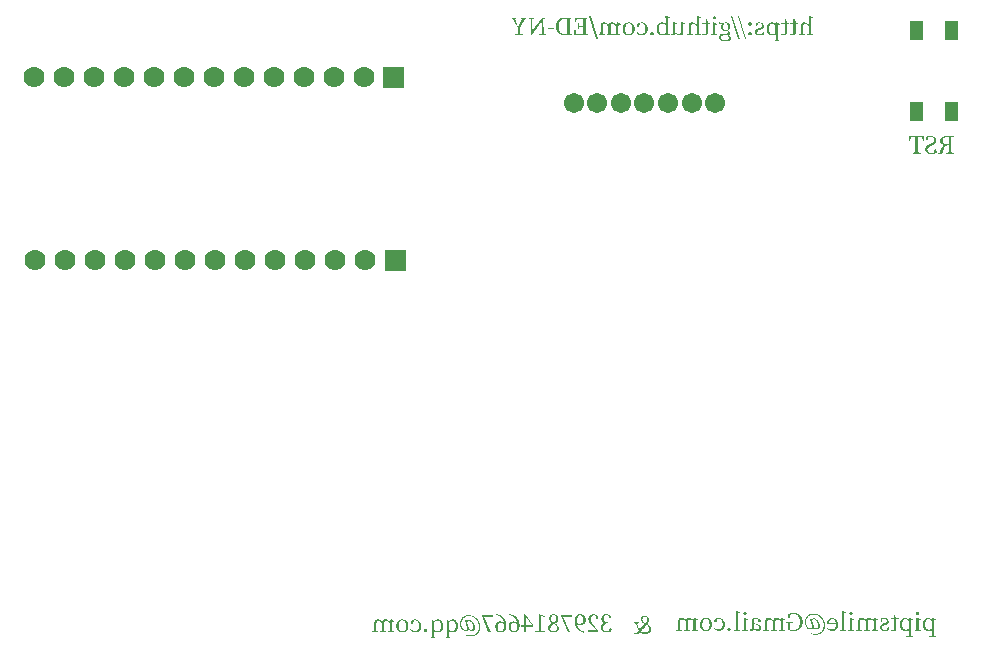
<source format=gbs>
G04 Layer: BottomSolderMaskLayer*
G04 EasyEDA v6.3.22, 2020-01-15T10:35:35+08:00*
G04 b15c4467bd8642d682841cabbe2267cb,0c247ba4ff554f47bef9fd8dabc8c001,10*
G04 Gerber Generator version 0.2*
G04 Scale: 100 percent, Rotated: No, Reflected: No *
G04 Dimensions in millimeters *
G04 leading zeros omitted , absolute positions ,3 integer and 3 decimal *
%FSLAX33Y33*%
%MOMM*%
G90*
G71D02*

%ADD21C,1.703197*%
%ADD23C,1.778000*%

%LPD*%

%LPD*%
G36*
G01X59436Y53758D02*
G01X59380Y53767D01*
G01X59324Y53758D01*
G01X59279Y53730D01*
G01X59249Y53688D01*
G01X59237Y53633D01*
G01X59249Y53577D01*
G01X59279Y53532D01*
G01X59324Y53503D01*
G01X59380Y53493D01*
G01X59436Y53503D01*
G01X59481Y53532D01*
G01X59511Y53577D01*
G01X59522Y53633D01*
G01X59511Y53688D01*
G01X59481Y53730D01*
G01X59436Y53758D01*
G37*

%LPD*%
G36*
G01X62475Y53237D02*
G01X62417Y53249D01*
G01X62357Y53237D01*
G01X62309Y53204D01*
G01X62277Y53155D01*
G01X62265Y53094D01*
G01X62277Y53038D01*
G01X62309Y52991D01*
G01X62357Y52959D01*
G01X62417Y52947D01*
G01X62475Y52959D01*
G01X62523Y52991D01*
G01X62555Y53038D01*
G01X62567Y53094D01*
G01X62555Y53155D01*
G01X62523Y53204D01*
G01X62475Y53237D01*
G37*

%LPD*%
G36*
G01X45786Y52779D02*
G01X45267Y52779D01*
G01X45267Y52647D01*
G01X45786Y52647D01*
G01X45786Y52779D01*
G37*

%LPD*%
G36*
G01X42684Y53643D02*
G01X42179Y53643D01*
G01X42179Y53567D01*
G01X42372Y53541D01*
G01X42758Y52744D01*
G01X42758Y52545D01*
G01X42757Y52484D01*
G01X42757Y52368D01*
G01X42756Y52311D01*
G01X42755Y52256D01*
G01X42524Y52231D01*
G01X42524Y52154D01*
G01X43195Y52154D01*
G01X43195Y52231D01*
G01X42964Y52256D01*
G01X42962Y52364D01*
G01X42962Y52478D01*
G01X42961Y52538D01*
G01X42961Y52736D01*
G01X43360Y53549D01*
G01X43530Y53567D01*
G01X43530Y53643D01*
G01X42910Y53643D01*
G01X42910Y53567D01*
G01X43129Y53544D01*
G01X42804Y52843D01*
G01X42473Y53541D01*
G01X42684Y53567D01*
G01X42684Y53643D01*
G37*

%LPD*%
G36*
G01X47353Y53643D02*
G01X46705Y53643D01*
G01X46642Y53641D01*
G01X46580Y53635D01*
G01X46521Y53625D01*
G01X46464Y53611D01*
G01X46410Y53594D01*
G01X46358Y53573D01*
G01X46309Y53548D01*
G01X46264Y53519D01*
G01X46221Y53487D01*
G01X46181Y53451D01*
G01X46145Y53411D01*
G01X46112Y53368D01*
G01X46082Y53321D01*
G01X46056Y53271D01*
G01X46033Y53218D01*
G01X46015Y53160D01*
G01X46000Y53100D01*
G01X45990Y53036D01*
G01X45983Y52969D01*
G01X45981Y52899D01*
G01X45984Y52829D01*
G01X45991Y52762D01*
G01X46002Y52698D01*
G01X46018Y52638D01*
G01X46039Y52581D01*
G01X46063Y52527D01*
G01X46091Y52477D01*
G01X46123Y52430D01*
G01X46158Y52387D01*
G01X46198Y52348D01*
G01X46240Y52311D01*
G01X46285Y52279D01*
G01X46334Y52250D01*
G01X46385Y52225D01*
G01X46440Y52204D01*
G01X46496Y52186D01*
G01X46556Y52172D01*
G01X46617Y52163D01*
G01X46680Y52157D01*
G01X46746Y52154D01*
G01X47353Y52154D01*
G01X47353Y52231D01*
G01X47147Y52254D01*
G01X47144Y52401D01*
G01X47143Y52476D01*
G01X47142Y52552D01*
G01X47142Y53249D01*
G01X47144Y53397D01*
G01X47147Y53544D01*
G01X47353Y53567D01*
G01X47353Y53643D01*
G37*

%LPC*%
G36*
G01X46934Y53557D02*
G01X46741Y53557D01*
G01X46680Y53554D01*
G01X46622Y53546D01*
G01X46567Y53533D01*
G01X46517Y53514D01*
G01X46469Y53491D01*
G01X46426Y53462D01*
G01X46387Y53428D01*
G01X46351Y53388D01*
G01X46319Y53345D01*
G01X46291Y53295D01*
G01X46267Y53242D01*
G01X46248Y53183D01*
G01X46232Y53119D01*
G01X46221Y53050D01*
G01X46214Y52977D01*
G01X46212Y52899D01*
G01X46214Y52823D01*
G01X46221Y52752D01*
G01X46233Y52684D01*
G01X46248Y52622D01*
G01X46268Y52563D01*
G01X46292Y52510D01*
G01X46320Y52460D01*
G01X46353Y52416D01*
G01X46390Y52376D01*
G01X46431Y52341D01*
G01X46476Y52312D01*
G01X46525Y52288D01*
G01X46578Y52268D01*
G01X46635Y52255D01*
G01X46696Y52246D01*
G01X46761Y52243D01*
G01X46934Y52243D01*
G01X46935Y52319D01*
G01X46937Y52395D01*
G01X46938Y52471D01*
G01X46938Y52627D01*
G01X46939Y52708D01*
G01X46939Y53104D01*
G01X46938Y53180D01*
G01X46938Y53332D01*
G01X46937Y53407D01*
G01X46934Y53557D01*
G37*

%LPD*%
G36*
G01X48694Y53643D02*
G01X47591Y53643D01*
G01X47579Y53252D01*
G01X47688Y53252D01*
G01X47746Y53546D01*
G01X48275Y53546D01*
G01X48278Y53401D01*
G01X48279Y53328D01*
G01X48279Y53181D01*
G01X48280Y53106D01*
G01X48280Y52957D01*
G01X47945Y52957D01*
G01X47912Y53176D01*
G01X47820Y53176D01*
G01X47820Y52652D01*
G01X47912Y52652D01*
G01X47942Y52868D01*
G01X48280Y52868D01*
G01X48280Y52706D01*
G01X48279Y52628D01*
G01X48279Y52475D01*
G01X48278Y52400D01*
G01X48276Y52325D01*
G01X48275Y52251D01*
G01X47706Y52251D01*
G01X47645Y52551D01*
G01X47536Y52551D01*
G01X47548Y52154D01*
G01X48694Y52154D01*
G01X48694Y52231D01*
G01X48488Y52254D01*
G01X48487Y52327D01*
G01X48485Y52400D01*
G01X48484Y52474D01*
G01X48484Y52621D01*
G01X48483Y52694D01*
G01X48483Y53102D01*
G01X48484Y53176D01*
G01X48484Y53323D01*
G01X48485Y53397D01*
G01X48487Y53471D01*
G01X48488Y53544D01*
G01X48694Y53567D01*
G01X48694Y53643D01*
G37*

%LPD*%
G36*
G01X50091Y53236D02*
G01X50038Y53239D01*
G01X49973Y53233D01*
G01X49917Y53217D01*
G01X49868Y53189D01*
G01X49828Y53149D01*
G01X49796Y53096D01*
G01X49772Y53029D01*
G01X49758Y52948D01*
G01X49753Y52853D01*
G01X49753Y52534D01*
G01X49751Y52437D01*
G01X49750Y52339D01*
G01X49748Y52248D01*
G01X49593Y52223D01*
G01X49593Y52154D01*
G01X50104Y52154D01*
G01X50104Y52223D01*
G01X49938Y52248D01*
G01X49936Y52339D01*
G01X49935Y52437D01*
G01X49934Y52534D01*
G01X49933Y52622D01*
G01X49933Y52830D01*
G01X49936Y52901D01*
G01X49945Y52960D01*
G01X49959Y53006D01*
G01X49979Y53041D01*
G01X50005Y53067D01*
G01X50038Y53085D01*
G01X50076Y53094D01*
G01X50121Y53097D01*
G01X50192Y53089D01*
G01X50264Y53063D01*
G01X50341Y53018D01*
G01X50426Y52950D01*
G01X50423Y52923D01*
G01X50421Y52895D01*
G01X50419Y52866D01*
G01X50419Y52534D01*
G01X50418Y52437D01*
G01X50416Y52339D01*
G01X50413Y52248D01*
G01X50261Y52223D01*
G01X50261Y52154D01*
G01X50774Y52154D01*
G01X50774Y52223D01*
G01X50604Y52248D01*
G01X50602Y52339D01*
G01X50602Y52437D01*
G01X50601Y52534D01*
G01X50601Y52828D01*
G01X50604Y52898D01*
G01X50612Y52956D01*
G01X50626Y53002D01*
G01X50645Y53038D01*
G01X50670Y53065D01*
G01X50702Y53083D01*
G01X50740Y53094D01*
G01X50784Y53097D01*
G01X50858Y53089D01*
G01X50931Y53062D01*
G01X51005Y53018D01*
G01X51087Y52952D01*
G01X51087Y52622D01*
G01X51086Y52535D01*
G01X51085Y52439D01*
G01X51083Y52340D01*
G01X51081Y52248D01*
G01X50927Y52223D01*
G01X50927Y52154D01*
G01X51440Y52154D01*
G01X51440Y52223D01*
G01X51274Y52248D01*
G01X51273Y52340D01*
G01X51272Y52439D01*
G01X51272Y52898D01*
G01X51274Y52965D01*
G01X51277Y53031D01*
G01X51455Y53049D01*
G01X51455Y53115D01*
G01X51140Y53237D01*
G01X51109Y53216D01*
G01X51092Y53036D01*
G01X51049Y53081D01*
G01X51004Y53120D01*
G01X50957Y53155D01*
G01X50908Y53184D01*
G01X50857Y53208D01*
G01X50806Y53225D01*
G01X50755Y53236D01*
G01X50703Y53239D01*
G01X50654Y53236D01*
G01X50610Y53227D01*
G01X50570Y53211D01*
G01X50535Y53189D01*
G01X50504Y53160D01*
G01X50478Y53124D01*
G01X50456Y53081D01*
G01X50439Y53031D01*
G01X50394Y53081D01*
G01X50347Y53123D01*
G01X50298Y53159D01*
G01X50248Y53188D01*
G01X50196Y53211D01*
G01X50144Y53226D01*
G01X50091Y53236D01*
G37*

%LPD*%
G36*
G01X58262Y53706D02*
G01X57924Y53800D01*
G01X57896Y53785D01*
G01X57901Y53468D01*
G01X57901Y53031D01*
G01X57858Y53075D01*
G01X57811Y53116D01*
G01X57762Y53151D01*
G01X57710Y53182D01*
G01X57658Y53206D01*
G01X57604Y53224D01*
G01X57549Y53235D01*
G01X57495Y53239D01*
G01X57428Y53233D01*
G01X57371Y53217D01*
G01X57322Y53187D01*
G01X57281Y53146D01*
G01X57249Y53090D01*
G01X57226Y53020D01*
G01X57212Y52934D01*
G01X57208Y52833D01*
G01X57208Y52622D01*
G01X57207Y52534D01*
G01X57207Y52437D01*
G01X57206Y52339D01*
G01X57205Y52248D01*
G01X57050Y52223D01*
G01X57050Y52154D01*
G01X57561Y52154D01*
G01X57561Y52223D01*
G01X57396Y52248D01*
G01X57394Y52339D01*
G01X57392Y52437D01*
G01X57391Y52534D01*
G01X57391Y52830D01*
G01X57394Y52900D01*
G01X57402Y52958D01*
G01X57417Y53004D01*
G01X57437Y53041D01*
G01X57463Y53068D01*
G01X57496Y53086D01*
G01X57534Y53096D01*
G01X57579Y53099D01*
G01X57654Y53092D01*
G01X57730Y53068D01*
G01X57809Y53022D01*
G01X57896Y52952D01*
G01X57896Y52439D01*
G01X57895Y52340D01*
G01X57894Y52248D01*
G01X57739Y52223D01*
G01X57739Y52154D01*
G01X58252Y52154D01*
G01X58252Y52223D01*
G01X58084Y52248D01*
G01X58082Y52340D01*
G01X58081Y52439D01*
G01X58080Y52535D01*
G01X58079Y52622D01*
G01X58079Y53623D01*
G01X58262Y53640D01*
G01X58262Y53706D01*
G37*

%LPD*%
G36*
G01X59654Y53117D02*
G01X59311Y53237D01*
G01X59281Y53216D01*
G01X59286Y52922D01*
G01X59286Y52622D01*
G01X59285Y52535D01*
G01X59284Y52439D01*
G01X59283Y52340D01*
G01X59281Y52248D01*
G01X59128Y52223D01*
G01X59128Y52154D01*
G01X59641Y52154D01*
G01X59641Y52223D01*
G01X59471Y52248D01*
G01X59469Y52340D01*
G01X59468Y52439D01*
G01X59466Y52535D01*
G01X59466Y52824D01*
G01X59468Y52897D01*
G01X59469Y52964D01*
G01X59471Y53033D01*
G01X59654Y53051D01*
G01X59654Y53117D01*
G37*

%LPD*%
G36*
G01X67757Y53706D02*
G01X67419Y53800D01*
G01X67391Y53785D01*
G01X67396Y53468D01*
G01X67396Y53031D01*
G01X67352Y53075D01*
G01X67305Y53116D01*
G01X67256Y53151D01*
G01X67205Y53182D01*
G01X67152Y53206D01*
G01X67098Y53224D01*
G01X67044Y53235D01*
G01X66989Y53239D01*
G01X66923Y53233D01*
G01X66866Y53217D01*
G01X66817Y53187D01*
G01X66777Y53146D01*
G01X66746Y53090D01*
G01X66723Y53020D01*
G01X66710Y52934D01*
G01X66705Y52833D01*
G01X66705Y52622D01*
G01X66704Y52534D01*
G01X66703Y52437D01*
G01X66702Y52339D01*
G01X66700Y52248D01*
G01X66545Y52223D01*
G01X66545Y52154D01*
G01X67058Y52154D01*
G01X67058Y52223D01*
G01X66890Y52248D01*
G01X66889Y52339D01*
G01X66888Y52437D01*
G01X66888Y52830D01*
G01X66891Y52900D01*
G01X66900Y52958D01*
G01X66914Y53004D01*
G01X66934Y53041D01*
G01X66960Y53068D01*
G01X66992Y53086D01*
G01X67030Y53096D01*
G01X67073Y53099D01*
G01X67149Y53092D01*
G01X67226Y53068D01*
G01X67306Y53022D01*
G01X67393Y52952D01*
G01X67393Y52535D01*
G01X67392Y52439D01*
G01X67390Y52340D01*
G01X67388Y52248D01*
G01X67233Y52223D01*
G01X67233Y52154D01*
G01X67746Y52154D01*
G01X67746Y52223D01*
G01X67579Y52248D01*
G01X67578Y52340D01*
G01X67578Y52439D01*
G01X67577Y52535D01*
G01X67576Y52622D01*
G01X67576Y53623D01*
G01X67757Y53640D01*
G01X67757Y53706D01*
G37*

%LPD*%
G36*
G01X44180Y53643D02*
G01X43652Y53643D01*
G01X43652Y53567D01*
G01X43840Y53541D01*
G01X43842Y52139D01*
G01X43921Y52139D01*
G01X44831Y53389D01*
G01X44825Y52261D01*
G01X44587Y52231D01*
G01X44587Y52154D01*
G01X45115Y52154D01*
G01X45115Y52231D01*
G01X44927Y52259D01*
G01X44922Y53518D01*
G01X44945Y53546D01*
G01X45105Y53567D01*
G01X45105Y53643D01*
G01X44759Y53643D01*
G01X43936Y52505D01*
G01X43942Y53539D01*
G01X44180Y53567D01*
G01X44180Y53643D01*
G37*

%LPD*%
G36*
G01X52189Y53237D02*
G01X52141Y53239D01*
G01X52092Y53237D01*
G01X52044Y53230D01*
G01X51997Y53219D01*
G01X51951Y53204D01*
G01X51907Y53184D01*
G01X51864Y53159D01*
G01X51824Y53130D01*
G01X51787Y53097D01*
G01X51753Y53060D01*
G01X51722Y53018D01*
G01X51695Y52972D01*
G01X51671Y52922D01*
G01X51653Y52867D01*
G01X51639Y52808D01*
G01X51631Y52745D01*
G01X51628Y52678D01*
G01X51631Y52611D01*
G01X51639Y52549D01*
G01X51653Y52491D01*
G01X51671Y52437D01*
G01X51695Y52388D01*
G01X51722Y52342D01*
G01X51753Y52302D01*
G01X51787Y52265D01*
G01X51824Y52233D01*
G01X51864Y52204D01*
G01X51907Y52181D01*
G01X51951Y52161D01*
G01X51997Y52146D01*
G01X52044Y52135D01*
G01X52092Y52129D01*
G01X52141Y52127D01*
G01X52189Y52129D01*
G01X52238Y52135D01*
G01X52285Y52146D01*
G01X52331Y52161D01*
G01X52375Y52181D01*
G01X52417Y52204D01*
G01X52457Y52233D01*
G01X52494Y52265D01*
G01X52528Y52302D01*
G01X52559Y52342D01*
G01X52586Y52388D01*
G01X52608Y52437D01*
G01X52626Y52491D01*
G01X52640Y52549D01*
G01X52648Y52611D01*
G01X52651Y52678D01*
G01X52648Y52745D01*
G01X52640Y52808D01*
G01X52626Y52866D01*
G01X52608Y52921D01*
G01X52585Y52971D01*
G01X52558Y53017D01*
G01X52527Y53059D01*
G01X52493Y53096D01*
G01X52456Y53130D01*
G01X52416Y53159D01*
G01X52374Y53183D01*
G01X52330Y53203D01*
G01X52284Y53219D01*
G01X52237Y53230D01*
G01X52189Y53237D01*
G37*

%LPC*%
G36*
G01X52188Y53152D02*
G01X52141Y53155D01*
G01X52094Y53152D01*
G01X52051Y53142D01*
G01X52011Y53124D01*
G01X51975Y53100D01*
G01X51943Y53070D01*
G01X51915Y53033D01*
G01X51890Y52989D01*
G01X51870Y52939D01*
G01X51854Y52883D01*
G01X51842Y52820D01*
G01X51836Y52752D01*
G01X51833Y52678D01*
G01X51836Y52605D01*
G01X51842Y52538D01*
G01X51854Y52476D01*
G01X51870Y52421D01*
G01X51890Y52372D01*
G01X51915Y52330D01*
G01X51943Y52294D01*
G01X51975Y52264D01*
G01X52011Y52240D01*
G01X52051Y52224D01*
G01X52094Y52214D01*
G01X52141Y52210D01*
G01X52188Y52214D01*
G01X52231Y52224D01*
G01X52271Y52240D01*
G01X52307Y52264D01*
G01X52339Y52294D01*
G01X52368Y52330D01*
G01X52392Y52372D01*
G01X52412Y52421D01*
G01X52428Y52476D01*
G01X52439Y52538D01*
G01X52445Y52605D01*
G01X52448Y52678D01*
G01X52445Y52752D01*
G01X52439Y52820D01*
G01X52428Y52883D01*
G01X52412Y52939D01*
G01X52392Y52989D01*
G01X52368Y53033D01*
G01X52339Y53070D01*
G01X52307Y53100D01*
G01X52271Y53124D01*
G01X52231Y53142D01*
G01X52188Y53152D01*
G37*

%LPD*%
G36*
G01X53273Y53237D02*
G01X53223Y53239D01*
G01X53151Y53233D01*
G01X53083Y53218D01*
G01X53022Y53193D01*
G01X52967Y53159D01*
G01X52919Y53117D01*
G01X52880Y53069D01*
G01X52851Y53014D01*
G01X52834Y52955D01*
G01X52847Y52920D01*
G01X52867Y52894D01*
G01X52895Y52878D01*
G01X52931Y52873D01*
G01X52977Y52880D01*
G01X53012Y52902D01*
G01X53036Y52934D01*
G01X53050Y52977D01*
G01X53091Y53135D01*
G01X53123Y53144D01*
G01X53155Y53150D01*
G01X53185Y53154D01*
G01X53213Y53155D01*
G01X53262Y53152D01*
G01X53309Y53142D01*
G01X53351Y53125D01*
G01X53391Y53101D01*
G01X53427Y53071D01*
G01X53459Y53035D01*
G01X53487Y52993D01*
G01X53510Y52945D01*
G01X53528Y52892D01*
G01X53542Y52833D01*
G01X53550Y52768D01*
G01X53553Y52698D01*
G01X53550Y52629D01*
G01X53540Y52566D01*
G01X53525Y52508D01*
G01X53505Y52456D01*
G01X53479Y52409D01*
G01X53449Y52368D01*
G01X53414Y52333D01*
G01X53375Y52304D01*
G01X53332Y52281D01*
G01X53286Y52264D01*
G01X53236Y52255D01*
G01X53185Y52251D01*
G01X53138Y52254D01*
G01X53093Y52262D01*
G01X53049Y52276D01*
G01X53009Y52295D01*
G01X52971Y52319D01*
G01X52935Y52348D01*
G01X52903Y52381D01*
G01X52875Y52419D01*
G01X52829Y52398D01*
G01X52857Y52337D01*
G01X52892Y52283D01*
G01X52934Y52236D01*
G01X52983Y52198D01*
G01X53038Y52167D01*
G01X53100Y52145D01*
G01X53168Y52131D01*
G01X53243Y52127D01*
G01X53298Y52129D01*
G01X53351Y52136D01*
G01X53400Y52148D01*
G01X53448Y52165D01*
G01X53492Y52186D01*
G01X53533Y52212D01*
G01X53571Y52242D01*
G01X53606Y52275D01*
G01X53637Y52313D01*
G01X53664Y52355D01*
G01X53687Y52400D01*
G01X53707Y52449D01*
G01X53723Y52501D01*
G01X53734Y52557D01*
G01X53741Y52616D01*
G01X53743Y52678D01*
G01X53740Y52742D01*
G01X53732Y52803D01*
G01X53718Y52861D01*
G01X53700Y52914D01*
G01X53677Y52964D01*
G01X53650Y53010D01*
G01X53619Y53053D01*
G01X53585Y53091D01*
G01X53547Y53125D01*
G01X53507Y53155D01*
G01X53464Y53180D01*
G01X53419Y53201D01*
G01X53372Y53218D01*
G01X53323Y53229D01*
G01X53273Y53237D01*
G37*

%LPD*%
G36*
G01X54168Y52417D02*
G01X54109Y52429D01*
G01X54050Y52417D01*
G01X54001Y52384D01*
G01X53969Y52334D01*
G01X53957Y52274D01*
G01X53969Y52217D01*
G01X54001Y52171D01*
G01X54050Y52139D01*
G01X54109Y52127D01*
G01X54168Y52139D01*
G01X54215Y52171D01*
G01X54247Y52217D01*
G01X54259Y52274D01*
G01X54247Y52334D01*
G01X54215Y52384D01*
G01X54168Y52417D01*
G37*

%LPD*%
G36*
G01X55620Y53706D02*
G01X55285Y53800D01*
G01X55255Y53785D01*
G01X55262Y53468D01*
G01X55262Y53074D01*
G01X55222Y53114D01*
G01X55180Y53148D01*
G01X55138Y53177D01*
G01X55095Y53199D01*
G01X55051Y53217D01*
G01X55007Y53229D01*
G01X54963Y53237D01*
G01X54919Y53239D01*
G01X54860Y53235D01*
G01X54804Y53222D01*
G01X54751Y53202D01*
G01X54701Y53174D01*
G01X54656Y53138D01*
G01X54616Y53095D01*
G01X54580Y53044D01*
G01X54550Y52987D01*
G01X54525Y52923D01*
G01X54507Y52852D01*
G01X54496Y52776D01*
G01X54493Y52693D01*
G01X54495Y52632D01*
G01X54501Y52573D01*
G01X54512Y52516D01*
G01X54526Y52463D01*
G01X54544Y52413D01*
G01X54566Y52366D01*
G01X54592Y52323D01*
G01X54620Y52284D01*
G01X54652Y52248D01*
G01X54687Y52217D01*
G01X54724Y52191D01*
G01X54765Y52168D01*
G01X54808Y52150D01*
G01X54853Y52137D01*
G01X54901Y52129D01*
G01X54950Y52127D01*
G01X55028Y52134D01*
G01X55107Y52159D01*
G01X55186Y52207D01*
G01X55262Y52284D01*
G01X55280Y52132D01*
G01X55610Y52154D01*
G01X55610Y52223D01*
G01X55445Y52248D01*
G01X55443Y52340D01*
G01X55442Y52439D01*
G01X55441Y52535D01*
G01X55440Y52622D01*
G01X55440Y53623D01*
G01X55620Y53640D01*
G01X55620Y53706D01*
G37*

%LPC*%
G36*
G01X55036Y53123D02*
G01X54980Y53127D01*
G01X54939Y53124D01*
G01X54900Y53115D01*
G01X54863Y53099D01*
G01X54829Y53077D01*
G01X54798Y53049D01*
G01X54771Y53014D01*
G01X54747Y52973D01*
G01X54726Y52926D01*
G01X54710Y52873D01*
G01X54698Y52814D01*
G01X54691Y52749D01*
G01X54688Y52678D01*
G01X54691Y52604D01*
G01X54699Y52537D01*
G01X54713Y52478D01*
G01X54731Y52426D01*
G01X54753Y52381D01*
G01X54779Y52342D01*
G01X54809Y52310D01*
G01X54841Y52285D01*
G01X54876Y52265D01*
G01X54913Y52252D01*
G01X54951Y52243D01*
G01X54991Y52241D01*
G01X55055Y52247D01*
G01X55121Y52268D01*
G01X55189Y52306D01*
G01X55257Y52363D01*
G01X55257Y53000D01*
G01X55172Y53067D01*
G01X55100Y53105D01*
G01X55036Y53123D01*
G37*

%LPD*%
G36*
G01X56250Y53191D02*
G01X55928Y53226D01*
G01X55907Y53204D01*
G01X55915Y52889D01*
G01X55915Y52246D01*
G01X55763Y52221D01*
G01X55763Y52154D01*
G01X56070Y52137D01*
G01X56090Y52337D01*
G01X56135Y52288D01*
G01X56181Y52245D01*
G01X56229Y52209D01*
G01X56279Y52179D01*
G01X56330Y52157D01*
G01X56382Y52140D01*
G01X56434Y52130D01*
G01X56487Y52127D01*
G01X56551Y52132D01*
G01X56608Y52147D01*
G01X56658Y52175D01*
G01X56700Y52216D01*
G01X56734Y52270D01*
G01X56758Y52340D01*
G01X56774Y52425D01*
G01X56779Y52528D01*
G01X56771Y53094D01*
G01X56931Y53127D01*
G01X56931Y53193D01*
G01X56606Y53226D01*
G01X56583Y53204D01*
G01X56593Y52889D01*
G01X56593Y52538D01*
G01X56590Y52469D01*
G01X56582Y52413D01*
G01X56567Y52366D01*
G01X56547Y52330D01*
G01X56520Y52303D01*
G01X56488Y52285D01*
G01X56451Y52275D01*
G01X56408Y52271D01*
G01X56328Y52280D01*
G01X56249Y52307D01*
G01X56172Y52353D01*
G01X56098Y52416D01*
G01X56090Y53094D01*
G01X56250Y53125D01*
G01X56250Y53191D01*
G37*

%LPD*%
G36*
G01X58770Y53516D02*
G01X58643Y53516D01*
G01X58656Y53209D01*
G01X58356Y53209D01*
G01X58356Y53112D01*
G01X58658Y53112D01*
G01X58658Y52393D01*
G01X58649Y52318D01*
G01X58623Y52267D01*
G01X58582Y52237D01*
G01X58529Y52228D01*
G01X58491Y52232D01*
G01X58455Y52244D01*
G01X58417Y52264D01*
G01X58376Y52292D01*
G01X58333Y52241D01*
G01X58381Y52193D01*
G01X58439Y52157D01*
G01X58509Y52134D01*
G01X58590Y52127D01*
G01X58647Y52131D01*
G01X58696Y52142D01*
G01X58740Y52162D01*
G01X58776Y52190D01*
G01X58804Y52226D01*
G01X58824Y52270D01*
G01X58837Y52324D01*
G01X58841Y52386D01*
G01X58841Y53112D01*
G01X59029Y53112D01*
G01X59029Y53191D01*
G01X58831Y53216D01*
G01X58770Y53516D01*
G37*

%LPD*%
G36*
G01X62475Y52417D02*
G01X62417Y52429D01*
G01X62357Y52417D01*
G01X62309Y52384D01*
G01X62277Y52334D01*
G01X62265Y52274D01*
G01X62277Y52217D01*
G01X62309Y52171D01*
G01X62357Y52139D01*
G01X62417Y52127D01*
G01X62475Y52139D01*
G01X62523Y52171D01*
G01X62555Y52217D01*
G01X62567Y52274D01*
G01X62555Y52334D01*
G01X62523Y52384D01*
G01X62475Y52417D01*
G37*

%LPD*%
G36*
G01X63296Y53232D02*
G01X63207Y53239D01*
G01X63122Y53233D01*
G01X63044Y53215D01*
G01X62969Y53187D01*
G01X62895Y53148D01*
G01X62905Y52922D01*
G01X63004Y52922D01*
G01X63047Y53112D01*
G01X63086Y53129D01*
G01X63126Y53142D01*
G01X63166Y53150D01*
G01X63207Y53153D01*
G01X63301Y53141D01*
G01X63369Y53107D01*
G01X63410Y53056D01*
G01X63423Y52990D01*
G01X63412Y52925D01*
G01X63377Y52875D01*
G01X63313Y52833D01*
G01X63218Y52792D01*
G01X63139Y52764D01*
G01X63063Y52734D01*
G01X62999Y52702D01*
G01X62946Y52666D01*
G01X62905Y52628D01*
G01X62873Y52587D01*
G01X62851Y52542D01*
G01X62838Y52495D01*
G01X62834Y52444D01*
G01X62837Y52401D01*
G01X62846Y52361D01*
G01X62862Y52322D01*
G01X62883Y52285D01*
G01X62911Y52251D01*
G01X62944Y52221D01*
G01X62983Y52194D01*
G01X63029Y52170D01*
G01X63079Y52152D01*
G01X63136Y52138D01*
G01X63198Y52130D01*
G01X63266Y52127D01*
G01X63356Y52132D01*
G01X63440Y52147D01*
G01X63520Y52174D01*
G01X63601Y52210D01*
G01X63606Y52454D01*
G01X63500Y52454D01*
G01X63451Y52248D01*
G01X63410Y52232D01*
G01X63366Y52220D01*
G01X63320Y52213D01*
G01X63268Y52210D01*
G01X63207Y52214D01*
G01X63155Y52224D01*
G01X63110Y52239D01*
G01X63074Y52261D01*
G01X63047Y52287D01*
G01X63027Y52318D01*
G01X63016Y52352D01*
G01X63012Y52391D01*
G01X63024Y52455D01*
G01X63061Y52508D01*
G01X63126Y52552D01*
G01X63220Y52594D01*
G01X63322Y52627D01*
G01X63381Y52651D01*
G01X63434Y52678D01*
G01X63481Y52709D01*
G01X63521Y52744D01*
G01X63553Y52783D01*
G01X63576Y52826D01*
G01X63591Y52875D01*
G01X63596Y52929D01*
G01X63589Y52990D01*
G01X63570Y53047D01*
G01X63539Y53100D01*
G01X63495Y53146D01*
G01X63440Y53185D01*
G01X63373Y53214D01*
G01X63296Y53232D01*
G37*

%LPD*%
G36*
G01X65460Y53516D02*
G01X65333Y53516D01*
G01X65344Y53209D01*
G01X65046Y53209D01*
G01X65046Y53112D01*
G01X65346Y53112D01*
G01X65346Y52393D01*
G01X65337Y52318D01*
G01X65312Y52267D01*
G01X65272Y52237D01*
G01X65219Y52228D01*
G01X65181Y52232D01*
G01X65145Y52244D01*
G01X65108Y52264D01*
G01X65067Y52292D01*
G01X65021Y52241D01*
G01X65070Y52193D01*
G01X65130Y52157D01*
G01X65200Y52134D01*
G01X65280Y52127D01*
G01X65336Y52131D01*
G01X65386Y52142D01*
G01X65429Y52162D01*
G01X65465Y52190D01*
G01X65493Y52226D01*
G01X65514Y52270D01*
G01X65527Y52324D01*
G01X65532Y52386D01*
G01X65531Y52425D01*
G01X65530Y52467D01*
G01X65529Y52514D01*
G01X65529Y53112D01*
G01X65719Y53112D01*
G01X65719Y53191D01*
G01X65519Y53216D01*
G01X65460Y53516D01*
G37*

%LPD*%
G36*
G01X66205Y53516D02*
G01X66075Y53516D01*
G01X66088Y53209D01*
G01X65791Y53209D01*
G01X65791Y53112D01*
G01X66090Y53112D01*
G01X66090Y52393D01*
G01X66082Y52318D01*
G01X66056Y52267D01*
G01X66016Y52237D01*
G01X65963Y52228D01*
G01X65925Y52232D01*
G01X65889Y52244D01*
G01X65852Y52264D01*
G01X65811Y52292D01*
G01X65765Y52241D01*
G01X65813Y52193D01*
G01X65873Y52157D01*
G01X65943Y52134D01*
G01X66024Y52127D01*
G01X66080Y52131D01*
G01X66130Y52142D01*
G01X66173Y52162D01*
G01X66209Y52190D01*
G01X66238Y52226D01*
G01X66258Y52270D01*
G01X66271Y52324D01*
G01X66276Y52386D01*
G01X66275Y52425D01*
G01X66275Y52467D01*
G01X66274Y52514D01*
G01X66273Y52571D01*
G01X66273Y53112D01*
G01X66461Y53112D01*
G01X66461Y53191D01*
G01X66263Y53216D01*
G01X66205Y53516D01*
G37*

%LPD*%
G36*
G01X48920Y53734D02*
G01X48803Y53734D01*
G01X49395Y51799D01*
G01X49517Y51799D01*
G01X48920Y53734D01*
G37*

%LPD*%
G36*
G01X60924Y53734D02*
G01X60807Y53734D01*
G01X61401Y51799D01*
G01X61523Y51799D01*
G01X60924Y53734D01*
G37*

%LPD*%
G36*
G01X61475Y53734D02*
G01X61358Y53734D01*
G01X61950Y51799D01*
G01X62072Y51799D01*
G01X61475Y53734D01*
G37*

%LPD*%
G36*
G01X60394Y53237D02*
G01X60337Y53239D01*
G01X60255Y53234D01*
G01X60180Y53218D01*
G01X60114Y53191D01*
G01X60058Y53153D01*
G01X59804Y53237D01*
G01X59771Y53216D01*
G01X59771Y53084D01*
G01X59997Y53089D01*
G01X59971Y53045D01*
G01X59953Y52994D01*
G01X59942Y52938D01*
G01X59938Y52876D01*
G01X59942Y52819D01*
G01X59952Y52768D01*
G01X59968Y52720D01*
G01X59990Y52677D01*
G01X60018Y52638D01*
G01X60051Y52604D01*
G01X60089Y52575D01*
G01X60131Y52551D01*
G01X60177Y52532D01*
G01X60227Y52519D01*
G01X60281Y52510D01*
G01X60337Y52508D01*
G01X60385Y52510D01*
G01X60431Y52515D01*
G01X60474Y52524D01*
G01X60515Y52535D01*
G01X60542Y52499D01*
G01X60561Y52464D01*
G01X60572Y52429D01*
G01X60576Y52391D01*
G01X60569Y52347D01*
G01X60547Y52314D01*
G01X60503Y52294D01*
G01X60434Y52287D01*
G01X60139Y52287D01*
G01X60054Y52281D01*
G01X59980Y52267D01*
G01X59919Y52243D01*
G01X59869Y52211D01*
G01X59830Y52171D01*
G01X59803Y52122D01*
G01X59787Y52067D01*
G01X59781Y52005D01*
G01X59785Y51956D01*
G01X59796Y51909D01*
G01X59815Y51863D01*
G01X59842Y51819D01*
G01X59877Y51778D01*
G01X59919Y51740D01*
G01X59969Y51707D01*
G01X60026Y51677D01*
G01X60091Y51654D01*
G01X60163Y51636D01*
G01X60243Y51625D01*
G01X60330Y51621D01*
G01X60406Y51624D01*
G01X60476Y51630D01*
G01X60538Y51641D01*
G01X60593Y51657D01*
G01X60640Y51675D01*
G01X60682Y51698D01*
G01X60716Y51724D01*
G01X60744Y51753D01*
G01X60765Y51785D01*
G01X60780Y51820D01*
G01X60789Y51856D01*
G01X60792Y51895D01*
G01X60780Y51964D01*
G01X60743Y52027D01*
G01X60677Y52086D01*
G01X60579Y52142D01*
G01X60639Y52168D01*
G01X60684Y52206D01*
G01X60712Y52255D01*
G01X60721Y52315D01*
G01X60713Y52368D01*
G01X60687Y52425D01*
G01X60639Y52488D01*
G01X60568Y52561D01*
G01X60606Y52585D01*
G01X60640Y52614D01*
G01X60670Y52647D01*
G01X60695Y52684D01*
G01X60715Y52726D01*
G01X60729Y52772D01*
G01X60738Y52821D01*
G01X60741Y52876D01*
G01X60738Y52932D01*
G01X60727Y52983D01*
G01X60711Y53030D01*
G01X60688Y53073D01*
G01X60660Y53111D01*
G01X60627Y53144D01*
G01X60589Y53173D01*
G01X60546Y53196D01*
G01X60499Y53215D01*
G01X60448Y53228D01*
G01X60394Y53237D01*
G37*

%LPC*%
G36*
G01X60570Y52080D02*
G01X60528Y52129D01*
G01X60504Y52127D01*
G01X60479Y52126D01*
G01X60450Y52125D01*
G01X60418Y52124D01*
G01X60162Y52124D01*
G01X60060Y52110D01*
G01X59993Y52072D01*
G01X59955Y52016D01*
G01X59944Y51946D01*
G01X59950Y51898D01*
G01X59968Y51854D01*
G01X59999Y51814D01*
G01X60042Y51780D01*
G01X60096Y51752D01*
G01X60162Y51730D01*
G01X60240Y51717D01*
G01X60330Y51713D01*
G01X60393Y51716D01*
G01X60449Y51725D01*
G01X60498Y51741D01*
G01X60540Y51764D01*
G01X60574Y51794D01*
G01X60598Y51830D01*
G01X60614Y51875D01*
G01X60619Y51926D01*
G01X60614Y51982D01*
G01X60598Y52032D01*
G01X60570Y52080D01*
G37*
G36*
G01X60385Y53157D02*
G01X60335Y53163D01*
G01X60285Y53157D01*
G01X60241Y53142D01*
G01X60204Y53117D01*
G01X60172Y53084D01*
G01X60147Y53042D01*
G01X60128Y52995D01*
G01X60117Y52940D01*
G01X60114Y52881D01*
G01X60118Y52818D01*
G01X60129Y52762D01*
G01X60149Y52711D01*
G01X60175Y52668D01*
G01X60208Y52632D01*
G01X60248Y52606D01*
G01X60294Y52589D01*
G01X60345Y52584D01*
G01X60394Y52589D01*
G01X60437Y52605D01*
G01X60475Y52629D01*
G01X60507Y52663D01*
G01X60532Y52705D01*
G01X60551Y52754D01*
G01X60562Y52810D01*
G01X60566Y52873D01*
G01X60562Y52935D01*
G01X60550Y52990D01*
G01X60530Y53040D01*
G01X60504Y53082D01*
G01X60470Y53116D01*
G01X60431Y53142D01*
G01X60385Y53157D01*
G37*

%LPD*%
G36*
G01X64281Y53237D02*
G01X64236Y53239D01*
G01X64178Y53235D01*
G01X64123Y53222D01*
G01X64070Y53201D01*
G01X64022Y53173D01*
G01X63977Y53136D01*
G01X63937Y53092D01*
G01X63901Y53041D01*
G01X63871Y52983D01*
G01X63847Y52919D01*
G01X63829Y52848D01*
G01X63818Y52771D01*
G01X63814Y52688D01*
G01X63816Y52625D01*
G01X63824Y52564D01*
G01X63834Y52508D01*
G01X63849Y52454D01*
G01X63868Y52404D01*
G01X63890Y52359D01*
G01X63916Y52316D01*
G01X63945Y52277D01*
G01X63977Y52243D01*
G01X64012Y52213D01*
G01X64049Y52187D01*
G01X64089Y52166D01*
G01X64131Y52149D01*
G01X64175Y52137D01*
G01X64221Y52129D01*
G01X64269Y52127D01*
G01X64346Y52134D01*
G01X64423Y52158D01*
G01X64499Y52203D01*
G01X64571Y52274D01*
G01X64571Y52006D01*
G01X64570Y51815D01*
G01X64569Y51720D01*
G01X64366Y51690D01*
G01X64366Y51621D01*
G01X64935Y51621D01*
G01X64935Y51690D01*
G01X64754Y51718D01*
G01X64752Y51813D01*
G01X64751Y51907D01*
G01X64750Y52000D01*
G01X64749Y52091D01*
G01X64749Y52739D01*
G01X64750Y52823D01*
G01X64751Y52897D01*
G01X64752Y52965D01*
G01X64754Y53031D01*
G01X64935Y53049D01*
G01X64935Y53115D01*
G01X64622Y53237D01*
G01X64592Y53216D01*
G01X64576Y53074D01*
G01X64536Y53115D01*
G01X64495Y53149D01*
G01X64454Y53178D01*
G01X64411Y53200D01*
G01X64368Y53218D01*
G01X64324Y53230D01*
G01X64281Y53237D01*
G37*

%LPC*%
G36*
G01X64349Y53123D02*
G01X64295Y53127D01*
G01X64253Y53124D01*
G01X64214Y53115D01*
G01X64178Y53098D01*
G01X64145Y53076D01*
G01X64114Y53048D01*
G01X64087Y53013D01*
G01X64064Y52971D01*
G01X64044Y52924D01*
G01X64028Y52870D01*
G01X64017Y52810D01*
G01X64010Y52745D01*
G01X64008Y52673D01*
G01X64011Y52599D01*
G01X64019Y52534D01*
G01X64031Y52476D01*
G01X64050Y52424D01*
G01X64072Y52380D01*
G01X64098Y52341D01*
G01X64127Y52310D01*
G01X64160Y52285D01*
G01X64196Y52265D01*
G01X64235Y52252D01*
G01X64275Y52243D01*
G01X64317Y52241D01*
G01X64379Y52247D01*
G01X64441Y52266D01*
G01X64503Y52300D01*
G01X64566Y52350D01*
G01X64566Y53005D01*
G01X64483Y53067D01*
G01X64411Y53104D01*
G01X64349Y53123D01*
G37*

%LPD*%

%LPD*%
G36*
G01X77122Y43610D02*
G01X75900Y43610D01*
G01X75887Y43214D01*
G01X75994Y43214D01*
G01X76057Y43513D01*
G01X76408Y43513D01*
G01X76409Y43440D01*
G01X76410Y43292D01*
G01X76410Y42443D01*
G01X76409Y42370D01*
G01X76409Y42296D01*
G01X76408Y42223D01*
G01X76177Y42198D01*
G01X76177Y42121D01*
G01X76847Y42121D01*
G01X76847Y42198D01*
G01X76619Y42223D01*
G01X76616Y42368D01*
G01X76615Y42442D01*
G01X76614Y42515D01*
G01X76614Y43218D01*
G01X76616Y43366D01*
G01X76619Y43513D01*
G01X76967Y43513D01*
G01X77028Y43214D01*
G01X77139Y43214D01*
G01X77122Y43610D01*
G37*

%LPD*%
G36*
G01X79656Y43610D02*
G01X79032Y43610D01*
G01X78950Y43607D01*
G01X78875Y43598D01*
G01X78806Y43584D01*
G01X78743Y43564D01*
G01X78686Y43539D01*
G01X78637Y43508D01*
G01X78595Y43472D01*
G01X78560Y43432D01*
G01X78532Y43386D01*
G01X78512Y43336D01*
G01X78500Y43281D01*
G01X78496Y43221D01*
G01X78498Y43178D01*
G01X78506Y43135D01*
G01X78520Y43095D01*
G01X78538Y43056D01*
G01X78562Y43019D01*
G01X78591Y42984D01*
G01X78625Y42952D01*
G01X78665Y42923D01*
G01X78710Y42898D01*
G01X78760Y42876D01*
G01X78816Y42859D01*
G01X78877Y42845D01*
G01X78827Y42832D01*
G01X78784Y42813D01*
G01X78745Y42788D01*
G01X78711Y42758D01*
G01X78682Y42720D01*
G01X78656Y42676D01*
G01X78633Y42624D01*
G01X78613Y42563D01*
G01X78508Y42215D01*
G01X78336Y42198D01*
G01X78336Y42121D01*
G01X78370Y42111D01*
G01X78410Y42104D01*
G01X78454Y42100D01*
G01X78503Y42099D01*
G01X78594Y42106D01*
G01X78659Y42131D01*
G01X78703Y42175D01*
G01X78729Y42241D01*
G01X78821Y42594D01*
G01X78839Y42656D01*
G01X78861Y42706D01*
G01X78888Y42745D01*
G01X78919Y42774D01*
G01X78958Y42795D01*
G01X79004Y42808D01*
G01X79059Y42815D01*
G01X79123Y42817D01*
G01X79242Y42817D01*
G01X79242Y42514D01*
G01X79241Y42440D01*
G01X79240Y42367D01*
G01X79239Y42295D01*
G01X79237Y42223D01*
G01X79029Y42198D01*
G01X79029Y42121D01*
G01X79656Y42121D01*
G01X79656Y42198D01*
G01X79448Y42221D01*
G01X79447Y42294D01*
G01X79447Y42367D01*
G01X79446Y42441D01*
G01X79446Y43290D01*
G01X79447Y43438D01*
G01X79448Y43511D01*
G01X79656Y43534D01*
G01X79656Y43610D01*
G37*

%LPC*%
G36*
G01X79237Y43524D02*
G01X79044Y43524D01*
G01X78963Y43518D01*
G01X78892Y43504D01*
G01X78834Y43479D01*
G01X78786Y43445D01*
G01X78750Y43402D01*
G01X78724Y43351D01*
G01X78709Y43291D01*
G01X78704Y43224D01*
G01X78710Y43157D01*
G01X78726Y43095D01*
G01X78754Y43040D01*
G01X78793Y42993D01*
G01X78843Y42955D01*
G01X78904Y42926D01*
G01X78976Y42907D01*
G01X79060Y42901D01*
G01X79242Y42901D01*
G01X79242Y43225D01*
G01X79241Y43301D01*
G01X79240Y43375D01*
G01X79237Y43524D01*
G37*

%LPD*%
G36*
G01X77757Y43642D02*
G01X77688Y43645D01*
G01X77633Y43643D01*
G01X77580Y43637D01*
G01X77530Y43627D01*
G01X77484Y43613D01*
G01X77440Y43597D01*
G01X77398Y43577D01*
G01X77359Y43554D01*
G01X77322Y43529D01*
G01X77335Y43237D01*
G01X77452Y43237D01*
G01X77508Y43503D01*
G01X77551Y43524D01*
G01X77594Y43538D01*
G01X77639Y43546D01*
G01X77688Y43549D01*
G01X77753Y43545D01*
G01X77813Y43532D01*
G01X77866Y43511D01*
G01X77912Y43482D01*
G01X77949Y43445D01*
G01X77977Y43400D01*
G01X77994Y43347D01*
G01X78000Y43287D01*
G01X77996Y43237D01*
G01X77984Y43191D01*
G01X77963Y43150D01*
G01X77935Y43113D01*
G01X77899Y43080D01*
G01X77856Y43050D01*
G01X77806Y43023D01*
G01X77749Y42998D01*
G01X77657Y42962D01*
G01X77587Y42933D01*
G01X77525Y42903D01*
G01X77470Y42872D01*
G01X77421Y42840D01*
G01X77379Y42807D01*
G01X77344Y42772D01*
G01X77315Y42735D01*
G01X77291Y42696D01*
G01X77273Y42654D01*
G01X77261Y42610D01*
G01X77254Y42563D01*
G01X77251Y42513D01*
G01X77256Y42449D01*
G01X77268Y42390D01*
G01X77290Y42335D01*
G01X77319Y42285D01*
G01X77355Y42241D01*
G01X77398Y42201D01*
G01X77447Y42168D01*
G01X77503Y42140D01*
G01X77564Y42117D01*
G01X77631Y42102D01*
G01X77701Y42092D01*
G01X77777Y42088D01*
G01X77839Y42091D01*
G01X77901Y42098D01*
G01X77960Y42109D01*
G01X78018Y42124D01*
G01X78071Y42141D01*
G01X78122Y42161D01*
G01X78168Y42184D01*
G01X78209Y42208D01*
G01X78196Y42520D01*
G01X78082Y42520D01*
G01X78023Y42241D01*
G01X77970Y42216D01*
G01X77916Y42200D01*
G01X77857Y42191D01*
G01X77790Y42188D01*
G01X77713Y42192D01*
G01X77644Y42205D01*
G01X77583Y42228D01*
G01X77532Y42258D01*
G01X77490Y42298D01*
G01X77459Y42345D01*
G01X77441Y42401D01*
G01X77434Y42464D01*
G01X77438Y42515D01*
G01X77450Y42560D01*
G01X77470Y42600D01*
G01X77499Y42635D01*
G01X77539Y42668D01*
G01X77587Y42698D01*
G01X77646Y42727D01*
G01X77716Y42756D01*
G01X77856Y42816D01*
G01X77908Y42842D01*
G01X77957Y42870D01*
G01X78002Y42899D01*
G01X78043Y42931D01*
G01X78078Y42966D01*
G01X78109Y43003D01*
G01X78135Y43043D01*
G01X78156Y43086D01*
G01X78171Y43132D01*
G01X78180Y43183D01*
G01X78183Y43237D01*
G01X78179Y43299D01*
G01X78166Y43357D01*
G01X78145Y43410D01*
G01X78117Y43458D01*
G01X78082Y43501D01*
G01X78040Y43538D01*
G01X77993Y43570D01*
G01X77940Y43597D01*
G01X77883Y43618D01*
G01X77822Y43633D01*
G01X77757Y43642D01*
G37*

%LPD*%

%LPD*%
G36*
G01X62035Y3339D02*
G01X61978Y3348D01*
G01X61923Y3339D01*
G01X61877Y3311D01*
G01X61847Y3269D01*
G01X61836Y3214D01*
G01X61847Y3158D01*
G01X61877Y3113D01*
G01X61923Y3084D01*
G01X61978Y3074D01*
G01X62035Y3084D01*
G01X62081Y3113D01*
G01X62112Y3158D01*
G01X62123Y3214D01*
G01X62112Y3269D01*
G01X62081Y3311D01*
G01X62035Y3339D01*
G37*

%LPD*%
G36*
G01X71024Y3339D02*
G01X70967Y3348D01*
G01X70913Y3339D01*
G01X70868Y3311D01*
G01X70837Y3269D01*
G01X70825Y3214D01*
G01X70837Y3158D01*
G01X70868Y3113D01*
G01X70913Y3084D01*
G01X70967Y3074D01*
G01X71024Y3084D01*
G01X71070Y3113D01*
G01X71101Y3158D01*
G01X71112Y3214D01*
G01X71101Y3269D01*
G01X71070Y3311D01*
G01X71024Y3339D01*
G37*

%LPD*%
G36*
G01X76650Y3339D02*
G01X76593Y3348D01*
G01X76539Y3339D01*
G01X76494Y3311D01*
G01X76463Y3269D01*
G01X76451Y3214D01*
G01X76463Y3158D01*
G01X76494Y3113D01*
G01X76539Y3084D01*
G01X76593Y3074D01*
G01X76650Y3084D01*
G01X76696Y3113D01*
G01X76727Y3158D01*
G01X76738Y3214D01*
G01X76727Y3269D01*
G01X76696Y3311D01*
G01X76650Y3339D01*
G37*

%LPD*%
G36*
G01X56629Y2817D02*
G01X56575Y2820D01*
G01X56511Y2814D01*
G01X56455Y2798D01*
G01X56406Y2770D01*
G01X56366Y2730D01*
G01X56334Y2677D01*
G01X56310Y2610D01*
G01X56296Y2529D01*
G01X56291Y2434D01*
G01X56291Y2115D01*
G01X56290Y2018D01*
G01X56290Y1920D01*
G01X56288Y1829D01*
G01X56131Y1804D01*
G01X56131Y1735D01*
G01X56642Y1735D01*
G01X56642Y1804D01*
G01X56476Y1829D01*
G01X56475Y1920D01*
G01X56474Y2018D01*
G01X56474Y2411D01*
G01X56476Y2482D01*
G01X56485Y2541D01*
G01X56499Y2587D01*
G01X56519Y2622D01*
G01X56545Y2648D01*
G01X56577Y2666D01*
G01X56615Y2675D01*
G01X56659Y2678D01*
G01X56730Y2670D01*
G01X56803Y2644D01*
G01X56880Y2599D01*
G01X56964Y2531D01*
G01X56962Y2504D01*
G01X56961Y2476D01*
G01X56960Y2447D01*
G01X56959Y2416D01*
G01X56959Y2203D01*
G01X56958Y2115D01*
G01X56957Y2018D01*
G01X56955Y1920D01*
G01X56951Y1829D01*
G01X56799Y1804D01*
G01X56799Y1735D01*
G01X57312Y1735D01*
G01X57312Y1804D01*
G01X57144Y1829D01*
G01X57142Y1920D01*
G01X57141Y2018D01*
G01X57140Y2115D01*
G01X57139Y2203D01*
G01X57139Y2409D01*
G01X57142Y2479D01*
G01X57150Y2537D01*
G01X57164Y2583D01*
G01X57183Y2619D01*
G01X57208Y2646D01*
G01X57240Y2664D01*
G01X57278Y2675D01*
G01X57322Y2678D01*
G01X57396Y2670D01*
G01X57469Y2643D01*
G01X57543Y2599D01*
G01X57624Y2533D01*
G01X57624Y2116D01*
G01X57623Y2020D01*
G01X57622Y1921D01*
G01X57622Y1829D01*
G01X57467Y1804D01*
G01X57467Y1735D01*
G01X57978Y1735D01*
G01X57978Y1804D01*
G01X57815Y1829D01*
G01X57813Y1921D01*
G01X57811Y2020D01*
G01X57810Y2116D01*
G01X57810Y2479D01*
G01X57812Y2546D01*
G01X57815Y2612D01*
G01X57993Y2630D01*
G01X57993Y2696D01*
G01X57680Y2818D01*
G01X57650Y2797D01*
G01X57632Y2617D01*
G01X57589Y2662D01*
G01X57543Y2701D01*
G01X57495Y2736D01*
G01X57446Y2765D01*
G01X57396Y2789D01*
G01X57345Y2806D01*
G01X57294Y2817D01*
G01X57243Y2820D01*
G01X57194Y2817D01*
G01X57148Y2808D01*
G01X57108Y2792D01*
G01X57073Y2770D01*
G01X57043Y2741D01*
G01X57017Y2705D01*
G01X56996Y2662D01*
G01X56979Y2612D01*
G01X56934Y2662D01*
G01X56886Y2704D01*
G01X56837Y2740D01*
G01X56786Y2769D01*
G01X56734Y2792D01*
G01X56682Y2807D01*
G01X56629Y2817D01*
G37*

%LPD*%
G36*
G01X61589Y3287D02*
G01X61247Y3381D01*
G01X61216Y3366D01*
G01X61226Y3049D01*
G01X61226Y2110D01*
G01X61225Y2016D01*
G01X61223Y1922D01*
G01X61221Y1829D01*
G01X61043Y1804D01*
G01X61043Y1735D01*
G01X61589Y1735D01*
G01X61589Y1804D01*
G01X61412Y1829D01*
G01X61411Y1922D01*
G01X61411Y2016D01*
G01X61410Y2110D01*
G01X61409Y2203D01*
G01X61409Y3204D01*
G01X61589Y3221D01*
G01X61589Y3287D01*
G37*

%LPD*%
G36*
G01X62252Y2698D02*
G01X61909Y2818D01*
G01X61879Y2797D01*
G01X61884Y2503D01*
G01X61884Y2116D01*
G01X61883Y2020D01*
G01X61881Y1921D01*
G01X61879Y1829D01*
G01X61727Y1804D01*
G01X61727Y1735D01*
G01X62240Y1735D01*
G01X62240Y1804D01*
G01X62069Y1829D01*
G01X62067Y1921D01*
G01X62066Y2020D01*
G01X62065Y2116D01*
G01X62064Y2203D01*
G01X62064Y2320D01*
G01X62065Y2405D01*
G01X62066Y2478D01*
G01X62068Y2545D01*
G01X62072Y2614D01*
G01X62252Y2632D01*
G01X62252Y2698D01*
G37*

%LPD*%
G36*
G01X64018Y2817D02*
G01X63964Y2820D01*
G01X63900Y2814D01*
G01X63844Y2798D01*
G01X63795Y2770D01*
G01X63755Y2730D01*
G01X63723Y2677D01*
G01X63699Y2610D01*
G01X63685Y2529D01*
G01X63680Y2434D01*
G01X63680Y2203D01*
G01X63679Y2115D01*
G01X63679Y2018D01*
G01X63678Y1920D01*
G01X63677Y1829D01*
G01X63520Y1804D01*
G01X63520Y1735D01*
G01X64030Y1735D01*
G01X64030Y1804D01*
G01X63865Y1829D01*
G01X63863Y1920D01*
G01X63862Y2018D01*
G01X63861Y2115D01*
G01X63860Y2203D01*
G01X63860Y2411D01*
G01X63863Y2482D01*
G01X63872Y2541D01*
G01X63886Y2587D01*
G01X63906Y2622D01*
G01X63933Y2648D01*
G01X63965Y2666D01*
G01X64003Y2675D01*
G01X64048Y2678D01*
G01X64119Y2670D01*
G01X64192Y2644D01*
G01X64269Y2599D01*
G01X64353Y2531D01*
G01X64350Y2504D01*
G01X64348Y2476D01*
G01X64348Y2203D01*
G01X64347Y2115D01*
G01X64346Y2018D01*
G01X64344Y1920D01*
G01X64340Y1829D01*
G01X64188Y1804D01*
G01X64188Y1735D01*
G01X64701Y1735D01*
G01X64701Y1804D01*
G01X64531Y1829D01*
G01X64530Y1920D01*
G01X64530Y2018D01*
G01X64529Y2115D01*
G01X64528Y2203D01*
G01X64528Y2409D01*
G01X64531Y2479D01*
G01X64539Y2537D01*
G01X64553Y2583D01*
G01X64572Y2619D01*
G01X64597Y2646D01*
G01X64629Y2664D01*
G01X64667Y2675D01*
G01X64711Y2678D01*
G01X64785Y2670D01*
G01X64857Y2643D01*
G01X64932Y2599D01*
G01X65013Y2533D01*
G01X65013Y2116D01*
G01X65012Y2020D01*
G01X65010Y1921D01*
G01X65008Y1829D01*
G01X64856Y1804D01*
G01X64856Y1735D01*
G01X65366Y1735D01*
G01X65366Y1804D01*
G01X65201Y1829D01*
G01X65201Y1921D01*
G01X65200Y2020D01*
G01X65199Y2116D01*
G01X65199Y2479D01*
G01X65201Y2546D01*
G01X65204Y2612D01*
G01X65382Y2630D01*
G01X65382Y2696D01*
G01X65069Y2818D01*
G01X65039Y2797D01*
G01X65018Y2617D01*
G01X64976Y2662D01*
G01X64931Y2701D01*
G01X64884Y2736D01*
G01X64835Y2765D01*
G01X64785Y2789D01*
G01X64734Y2806D01*
G01X64683Y2817D01*
G01X64632Y2820D01*
G01X64583Y2817D01*
G01X64537Y2808D01*
G01X64497Y2792D01*
G01X64462Y2770D01*
G01X64432Y2741D01*
G01X64406Y2705D01*
G01X64385Y2662D01*
G01X64368Y2612D01*
G01X64322Y2662D01*
G01X64275Y2704D01*
G01X64225Y2740D01*
G01X64175Y2769D01*
G01X64123Y2792D01*
G01X64070Y2807D01*
G01X64018Y2817D01*
G37*

%LPD*%
G36*
G01X70578Y3287D02*
G01X70236Y3381D01*
G01X70205Y3366D01*
G01X70215Y3049D01*
G01X70215Y2110D01*
G01X70214Y2016D01*
G01X70212Y1922D01*
G01X70210Y1829D01*
G01X70032Y1804D01*
G01X70032Y1735D01*
G01X70578Y1735D01*
G01X70578Y1804D01*
G01X70403Y1829D01*
G01X70401Y1922D01*
G01X70399Y2110D01*
G01X70398Y2203D01*
G01X70398Y3204D01*
G01X70578Y3221D01*
G01X70578Y3287D01*
G37*

%LPD*%
G36*
G01X71241Y2698D02*
G01X70901Y2818D01*
G01X70871Y2797D01*
G01X70873Y2503D01*
G01X70873Y2116D01*
G01X70872Y2020D01*
G01X70871Y1921D01*
G01X70871Y1829D01*
G01X70718Y1804D01*
G01X70718Y1735D01*
G01X71229Y1735D01*
G01X71229Y1804D01*
G01X71059Y1829D01*
G01X71057Y1921D01*
G01X71055Y2020D01*
G01X71054Y2116D01*
G01X71053Y2203D01*
G01X71053Y2320D01*
G01X71054Y2405D01*
G01X71055Y2478D01*
G01X71058Y2545D01*
G01X71061Y2614D01*
G01X71241Y2632D01*
G01X71241Y2698D01*
G37*

%LPD*%
G36*
G01X71874Y2817D02*
G01X71821Y2820D01*
G01X71757Y2814D01*
G01X71700Y2798D01*
G01X71651Y2770D01*
G01X71611Y2730D01*
G01X71579Y2677D01*
G01X71555Y2610D01*
G01X71541Y2529D01*
G01X71536Y2434D01*
G01X71536Y2115D01*
G01X71535Y2018D01*
G01X71533Y1920D01*
G01X71531Y1829D01*
G01X71376Y1804D01*
G01X71376Y1735D01*
G01X71887Y1735D01*
G01X71887Y1804D01*
G01X71721Y1829D01*
G01X71719Y1920D01*
G01X71718Y2018D01*
G01X71717Y2115D01*
G01X71716Y2203D01*
G01X71716Y2411D01*
G01X71719Y2482D01*
G01X71728Y2541D01*
G01X71742Y2587D01*
G01X71762Y2622D01*
G01X71788Y2648D01*
G01X71821Y2666D01*
G01X71859Y2675D01*
G01X71904Y2678D01*
G01X71975Y2670D01*
G01X72047Y2644D01*
G01X72124Y2599D01*
G01X72209Y2531D01*
G01X72206Y2504D01*
G01X72204Y2476D01*
G01X72202Y2447D01*
G01X72202Y2115D01*
G01X72201Y2018D01*
G01X72200Y1920D01*
G01X72196Y1829D01*
G01X72044Y1804D01*
G01X72044Y1735D01*
G01X72557Y1735D01*
G01X72557Y1804D01*
G01X72387Y1829D01*
G01X72385Y1920D01*
G01X72385Y2018D01*
G01X72384Y2115D01*
G01X72384Y2409D01*
G01X72387Y2479D01*
G01X72395Y2537D01*
G01X72409Y2583D01*
G01X72428Y2619D01*
G01X72454Y2646D01*
G01X72485Y2664D01*
G01X72523Y2675D01*
G01X72567Y2678D01*
G01X72641Y2670D01*
G01X72714Y2643D01*
G01X72788Y2599D01*
G01X72870Y2533D01*
G01X72870Y2203D01*
G01X72869Y2116D01*
G01X72868Y2020D01*
G01X72867Y1921D01*
G01X72864Y1829D01*
G01X72710Y1804D01*
G01X72710Y1735D01*
G01X73223Y1735D01*
G01X73223Y1804D01*
G01X73058Y1829D01*
G01X73056Y1921D01*
G01X73055Y2020D01*
G01X73055Y2479D01*
G01X73057Y2546D01*
G01X73060Y2612D01*
G01X73238Y2630D01*
G01X73238Y2696D01*
G01X72923Y2818D01*
G01X72892Y2797D01*
G01X72875Y2617D01*
G01X72832Y2662D01*
G01X72787Y2701D01*
G01X72740Y2736D01*
G01X72691Y2765D01*
G01X72640Y2789D01*
G01X72589Y2806D01*
G01X72538Y2817D01*
G01X72486Y2820D01*
G01X72437Y2817D01*
G01X72393Y2808D01*
G01X72353Y2792D01*
G01X72318Y2770D01*
G01X72287Y2741D01*
G01X72261Y2705D01*
G01X72239Y2662D01*
G01X72222Y2612D01*
G01X72177Y2662D01*
G01X72130Y2704D01*
G01X72081Y2740D01*
G01X72031Y2769D01*
G01X71979Y2792D01*
G01X71927Y2807D01*
G01X71874Y2817D01*
G37*

%LPD*%
G36*
G01X76868Y2698D02*
G01X76527Y2818D01*
G01X76497Y2797D01*
G01X76499Y2503D01*
G01X76499Y2020D01*
G01X76498Y1921D01*
G01X76497Y1829D01*
G01X76344Y1804D01*
G01X76344Y1735D01*
G01X76855Y1735D01*
G01X76855Y1804D01*
G01X76685Y1829D01*
G01X76683Y1921D01*
G01X76683Y2020D01*
G01X76682Y2116D01*
G01X76682Y2405D01*
G01X76683Y2478D01*
G01X76684Y2545D01*
G01X76687Y2614D01*
G01X76868Y2632D01*
G01X76868Y2698D01*
G37*

%LPD*%
G36*
G01X58727Y2818D02*
G01X58679Y2820D01*
G01X58630Y2818D01*
G01X58583Y2811D01*
G01X58536Y2800D01*
G01X58491Y2785D01*
G01X58446Y2765D01*
G01X58404Y2740D01*
G01X58365Y2711D01*
G01X58327Y2678D01*
G01X58293Y2641D01*
G01X58262Y2599D01*
G01X58235Y2553D01*
G01X58212Y2503D01*
G01X58193Y2448D01*
G01X58179Y2389D01*
G01X58171Y2326D01*
G01X58168Y2259D01*
G01X58171Y2192D01*
G01X58179Y2130D01*
G01X58193Y2072D01*
G01X58211Y2018D01*
G01X58234Y1969D01*
G01X58262Y1923D01*
G01X58292Y1883D01*
G01X58326Y1846D01*
G01X58363Y1814D01*
G01X58403Y1785D01*
G01X58445Y1762D01*
G01X58490Y1742D01*
G01X58535Y1727D01*
G01X58582Y1716D01*
G01X58630Y1710D01*
G01X58679Y1708D01*
G01X58728Y1710D01*
G01X58776Y1716D01*
G01X58824Y1727D01*
G01X58870Y1742D01*
G01X58914Y1762D01*
G01X58956Y1785D01*
G01X58996Y1814D01*
G01X59033Y1846D01*
G01X59067Y1883D01*
G01X59097Y1923D01*
G01X59124Y1969D01*
G01X59146Y2018D01*
G01X59165Y2072D01*
G01X59178Y2130D01*
G01X59186Y2192D01*
G01X59189Y2259D01*
G01X59186Y2326D01*
G01X59178Y2389D01*
G01X59164Y2447D01*
G01X59146Y2502D01*
G01X59124Y2552D01*
G01X59097Y2598D01*
G01X59066Y2640D01*
G01X59032Y2677D01*
G01X58995Y2711D01*
G01X58955Y2740D01*
G01X58913Y2764D01*
G01X58869Y2784D01*
G01X58823Y2800D01*
G01X58776Y2811D01*
G01X58727Y2818D01*
G37*

%LPC*%
G36*
G01X58726Y2733D02*
G01X58679Y2736D01*
G01X58632Y2733D01*
G01X58589Y2723D01*
G01X58550Y2705D01*
G01X58514Y2681D01*
G01X58482Y2651D01*
G01X58454Y2614D01*
G01X58430Y2570D01*
G01X58410Y2520D01*
G01X58394Y2464D01*
G01X58383Y2401D01*
G01X58376Y2333D01*
G01X58374Y2259D01*
G01X58376Y2186D01*
G01X58383Y2119D01*
G01X58394Y2057D01*
G01X58410Y2002D01*
G01X58430Y1953D01*
G01X58454Y1911D01*
G01X58482Y1875D01*
G01X58514Y1845D01*
G01X58550Y1821D01*
G01X58589Y1805D01*
G01X58632Y1795D01*
G01X58679Y1791D01*
G01X58726Y1795D01*
G01X58769Y1805D01*
G01X58809Y1821D01*
G01X58845Y1845D01*
G01X58877Y1875D01*
G01X58906Y1911D01*
G01X58930Y1953D01*
G01X58950Y2002D01*
G01X58966Y2057D01*
G01X58977Y2119D01*
G01X58983Y2186D01*
G01X58986Y2259D01*
G01X58983Y2333D01*
G01X58977Y2401D01*
G01X58966Y2464D01*
G01X58950Y2520D01*
G01X58930Y2570D01*
G01X58906Y2614D01*
G01X58877Y2651D01*
G01X58845Y2681D01*
G01X58809Y2705D01*
G01X58769Y2723D01*
G01X58726Y2733D01*
G37*

%LPD*%
G36*
G01X59813Y2818D02*
G01X59763Y2820D01*
G01X59691Y2814D01*
G01X59623Y2799D01*
G01X59560Y2774D01*
G01X59505Y2740D01*
G01X59457Y2698D01*
G01X59418Y2650D01*
G01X59389Y2595D01*
G01X59372Y2536D01*
G01X59385Y2501D01*
G01X59407Y2475D01*
G01X59435Y2459D01*
G01X59471Y2454D01*
G01X59517Y2461D01*
G01X59551Y2483D01*
G01X59574Y2515D01*
G01X59588Y2558D01*
G01X59631Y2716D01*
G01X59663Y2725D01*
G01X59694Y2731D01*
G01X59723Y2735D01*
G01X59750Y2736D01*
G01X59800Y2733D01*
G01X59846Y2723D01*
G01X59889Y2706D01*
G01X59929Y2682D01*
G01X59965Y2652D01*
G01X59997Y2616D01*
G01X60025Y2574D01*
G01X60048Y2526D01*
G01X60066Y2473D01*
G01X60080Y2414D01*
G01X60088Y2349D01*
G01X60091Y2279D01*
G01X60088Y2210D01*
G01X60079Y2147D01*
G01X60064Y2089D01*
G01X60044Y2037D01*
G01X60018Y1990D01*
G01X59988Y1949D01*
G01X59953Y1914D01*
G01X59915Y1885D01*
G01X59872Y1862D01*
G01X59826Y1845D01*
G01X59777Y1836D01*
G01X59725Y1832D01*
G01X59677Y1835D01*
G01X59632Y1843D01*
G01X59588Y1857D01*
G01X59547Y1876D01*
G01X59509Y1900D01*
G01X59473Y1929D01*
G01X59441Y1962D01*
G01X59413Y2000D01*
G01X59369Y1979D01*
G01X59397Y1918D01*
G01X59431Y1864D01*
G01X59473Y1817D01*
G01X59521Y1779D01*
G01X59576Y1748D01*
G01X59638Y1726D01*
G01X59706Y1712D01*
G01X59781Y1708D01*
G01X59836Y1710D01*
G01X59889Y1717D01*
G01X59938Y1729D01*
G01X59986Y1746D01*
G01X60030Y1767D01*
G01X60072Y1793D01*
G01X60110Y1823D01*
G01X60145Y1856D01*
G01X60176Y1894D01*
G01X60204Y1936D01*
G01X60227Y1981D01*
G01X60247Y2030D01*
G01X60263Y2082D01*
G01X60275Y2138D01*
G01X60281Y2197D01*
G01X60284Y2259D01*
G01X60281Y2323D01*
G01X60273Y2384D01*
G01X60259Y2442D01*
G01X60240Y2495D01*
G01X60217Y2545D01*
G01X60190Y2591D01*
G01X60159Y2634D01*
G01X60124Y2672D01*
G01X60087Y2706D01*
G01X60046Y2736D01*
G01X60003Y2761D01*
G01X59958Y2782D01*
G01X59911Y2799D01*
G01X59863Y2810D01*
G01X59813Y2818D01*
G37*

%LPD*%
G36*
G01X60708Y1998D02*
G01X60650Y2010D01*
G01X60589Y1998D01*
G01X60541Y1965D01*
G01X60509Y1915D01*
G01X60497Y1855D01*
G01X60509Y1798D01*
G01X60541Y1752D01*
G01X60589Y1720D01*
G01X60650Y1708D01*
G01X60708Y1720D01*
G01X60755Y1752D01*
G01X60787Y1798D01*
G01X60799Y1855D01*
G01X60787Y1915D01*
G01X60755Y1965D01*
G01X60708Y1998D01*
G37*

%LPD*%
G36*
G01X62972Y2815D02*
G01X62890Y2820D01*
G01X62834Y2818D01*
G01X62783Y2811D01*
G01X62738Y2799D01*
G01X62696Y2783D01*
G01X62661Y2761D01*
G01X62630Y2733D01*
G01X62603Y2700D01*
G01X62582Y2661D01*
G01X62566Y2615D01*
G01X62554Y2564D01*
G01X62547Y2505D01*
G01X62544Y2439D01*
G01X62544Y1954D01*
G01X62539Y1888D01*
G01X62523Y1844D01*
G01X62497Y1819D01*
G01X62463Y1812D01*
G01X62438Y1815D01*
G01X62416Y1826D01*
G01X62395Y1844D01*
G01X62374Y1868D01*
G01X62334Y1824D01*
G01X62374Y1771D01*
G01X62419Y1736D01*
G01X62469Y1716D01*
G01X62524Y1710D01*
G01X62599Y1722D01*
G01X62657Y1758D01*
G01X62699Y1813D01*
G01X62722Y1885D01*
G01X62766Y1843D01*
G01X62807Y1807D01*
G01X62846Y1777D01*
G01X62885Y1752D01*
G01X62924Y1732D01*
G01X62966Y1719D01*
G01X63009Y1710D01*
G01X63058Y1708D01*
G01X63117Y1712D01*
G01X63172Y1725D01*
G01X63222Y1747D01*
G01X63266Y1777D01*
G01X63302Y1815D01*
G01X63329Y1862D01*
G01X63346Y1917D01*
G01X63352Y1979D01*
G01X63348Y2029D01*
G01X63335Y2075D01*
G01X63312Y2119D01*
G01X63276Y2161D01*
G01X63228Y2201D01*
G01X63164Y2240D01*
G01X63083Y2279D01*
G01X62984Y2317D01*
G01X62926Y2336D01*
G01X62862Y2356D01*
G01X62795Y2375D01*
G01X62727Y2391D01*
G01X62727Y2459D01*
G01X62730Y2534D01*
G01X62740Y2595D01*
G01X62755Y2643D01*
G01X62778Y2680D01*
G01X62807Y2706D01*
G01X62844Y2724D01*
G01X62888Y2733D01*
G01X62941Y2736D01*
G01X62970Y2735D01*
G01X63001Y2731D01*
G01X63033Y2725D01*
G01X63068Y2716D01*
G01X63108Y2564D01*
G01X63127Y2519D01*
G01X63151Y2487D01*
G01X63182Y2468D01*
G01X63220Y2462D01*
G01X63261Y2468D01*
G01X63291Y2484D01*
G01X63311Y2510D01*
G01X63322Y2546D01*
G01X63301Y2606D01*
G01X63269Y2661D01*
G01X63228Y2707D01*
G01X63176Y2747D01*
G01X63116Y2778D01*
G01X63048Y2801D01*
G01X62972Y2815D01*
G37*

%LPC*%
G36*
G01X62786Y2303D02*
G01X62727Y2320D01*
G01X62727Y1967D01*
G01X62809Y1906D01*
G01X62872Y1866D01*
G01X62926Y1844D01*
G01X62981Y1837D01*
G01X63053Y1847D01*
G01X63110Y1879D01*
G01X63148Y1933D01*
G01X63162Y2010D01*
G01X63160Y2040D01*
G01X63154Y2071D01*
G01X63141Y2103D01*
G01X63121Y2134D01*
G01X63092Y2164D01*
G01X63051Y2195D01*
G01X62999Y2225D01*
G01X62933Y2254D01*
G01X62891Y2268D01*
G01X62842Y2286D01*
G01X62786Y2303D01*
G37*

%LPD*%
G36*
G01X69413Y2818D02*
G01X69362Y2820D01*
G01X69303Y2817D01*
G01X69248Y2807D01*
G01X69196Y2791D01*
G01X69148Y2768D01*
G01X69104Y2740D01*
G01X69064Y2706D01*
G01X69030Y2667D01*
G01X69000Y2622D01*
G01X68977Y2573D01*
G01X68959Y2518D01*
G01X68949Y2459D01*
G01X68945Y2396D01*
G01X68946Y2359D01*
G01X68949Y2326D01*
G01X68954Y2297D01*
G01X68961Y2271D01*
G01X69677Y2274D01*
G01X69673Y2203D01*
G01X69663Y2139D01*
G01X69647Y2080D01*
G01X69627Y2029D01*
G01X69602Y1982D01*
G01X69572Y1942D01*
G01X69537Y1909D01*
G01X69498Y1881D01*
G01X69455Y1859D01*
G01X69409Y1844D01*
G01X69359Y1835D01*
G01X69306Y1832D01*
G01X69207Y1843D01*
G01X69125Y1876D01*
G01X69055Y1926D01*
G01X68994Y1992D01*
G01X68950Y1962D01*
G01X68984Y1906D01*
G01X69022Y1855D01*
G01X69067Y1812D01*
G01X69117Y1776D01*
G01X69172Y1746D01*
G01X69233Y1725D01*
G01X69299Y1712D01*
G01X69369Y1708D01*
G01X69424Y1710D01*
G01X69477Y1717D01*
G01X69527Y1728D01*
G01X69575Y1744D01*
G01X69619Y1765D01*
G01X69661Y1789D01*
G01X69699Y1818D01*
G01X69733Y1851D01*
G01X69765Y1888D01*
G01X69792Y1930D01*
G01X69816Y1975D01*
G01X69836Y2024D01*
G01X69852Y2076D01*
G01X69863Y2133D01*
G01X69870Y2193D01*
G01X69872Y2256D01*
G01X69870Y2319D01*
G01X69862Y2379D01*
G01X69849Y2436D01*
G01X69831Y2489D01*
G01X69809Y2539D01*
G01X69783Y2585D01*
G01X69753Y2628D01*
G01X69720Y2667D01*
G01X69683Y2702D01*
G01X69644Y2732D01*
G01X69602Y2759D01*
G01X69557Y2780D01*
G01X69511Y2797D01*
G01X69462Y2810D01*
G01X69413Y2818D01*
G37*

%LPC*%
G36*
G01X69423Y2731D02*
G01X69372Y2736D01*
G01X69320Y2731D01*
G01X69272Y2715D01*
G01X69230Y2691D01*
G01X69195Y2658D01*
G01X69165Y2619D01*
G01X69144Y2576D01*
G01X69130Y2527D01*
G01X69126Y2477D01*
G01X69131Y2427D01*
G01X69149Y2387D01*
G01X69186Y2362D01*
G01X69245Y2353D01*
G01X69674Y2358D01*
G01X69661Y2450D01*
G01X69637Y2528D01*
G01X69605Y2594D01*
G01X69566Y2646D01*
G01X69522Y2686D01*
G01X69474Y2714D01*
G01X69423Y2731D01*
G37*

%LPD*%
G36*
G01X73858Y2813D02*
G01X73769Y2820D01*
G01X73683Y2814D01*
G01X73605Y2796D01*
G01X73531Y2768D01*
G01X73459Y2729D01*
G01X73466Y2503D01*
G01X73566Y2503D01*
G01X73609Y2693D01*
G01X73649Y2710D01*
G01X73689Y2723D01*
G01X73729Y2731D01*
G01X73769Y2734D01*
G01X73863Y2722D01*
G01X73931Y2688D01*
G01X73973Y2637D01*
G01X73987Y2571D01*
G01X73975Y2506D01*
G01X73939Y2456D01*
G01X73875Y2414D01*
G01X73779Y2373D01*
G01X73703Y2345D01*
G01X73626Y2315D01*
G01X73562Y2283D01*
G01X73509Y2247D01*
G01X73467Y2209D01*
G01X73436Y2168D01*
G01X73415Y2123D01*
G01X73402Y2076D01*
G01X73398Y2025D01*
G01X73401Y1982D01*
G01X73410Y1942D01*
G01X73425Y1903D01*
G01X73447Y1866D01*
G01X73474Y1832D01*
G01X73507Y1802D01*
G01X73546Y1775D01*
G01X73590Y1751D01*
G01X73641Y1733D01*
G01X73698Y1719D01*
G01X73760Y1711D01*
G01X73827Y1708D01*
G01X73919Y1713D01*
G01X74002Y1728D01*
G01X74082Y1755D01*
G01X74162Y1791D01*
G01X74168Y2035D01*
G01X74061Y2035D01*
G01X74013Y1829D01*
G01X73971Y1813D01*
G01X73928Y1801D01*
G01X73881Y1794D01*
G01X73830Y1791D01*
G01X73768Y1795D01*
G01X73716Y1805D01*
G01X73672Y1820D01*
G01X73636Y1842D01*
G01X73608Y1868D01*
G01X73588Y1899D01*
G01X73577Y1933D01*
G01X73573Y1972D01*
G01X73585Y2036D01*
G01X73622Y2089D01*
G01X73687Y2133D01*
G01X73781Y2175D01*
G01X73886Y2208D01*
G01X73944Y2232D01*
G01X73998Y2259D01*
G01X74044Y2290D01*
G01X74083Y2325D01*
G01X74115Y2364D01*
G01X74138Y2407D01*
G01X74152Y2456D01*
G01X74157Y2510D01*
G01X74151Y2571D01*
G01X74132Y2628D01*
G01X74100Y2681D01*
G01X74057Y2727D01*
G01X74002Y2766D01*
G01X73935Y2795D01*
G01X73858Y2813D01*
G37*

%LPD*%
G36*
G01X74726Y3097D02*
G01X74599Y3097D01*
G01X74609Y2790D01*
G01X74312Y2790D01*
G01X74312Y2693D01*
G01X74612Y2693D01*
G01X74612Y1974D01*
G01X74603Y1899D01*
G01X74578Y1848D01*
G01X74538Y1818D01*
G01X74485Y1809D01*
G01X74447Y1813D01*
G01X74411Y1825D01*
G01X74374Y1845D01*
G01X74333Y1873D01*
G01X74287Y1822D01*
G01X74336Y1774D01*
G01X74396Y1738D01*
G01X74466Y1715D01*
G01X74546Y1708D01*
G01X74602Y1712D01*
G01X74652Y1723D01*
G01X74695Y1743D01*
G01X74731Y1771D01*
G01X74759Y1807D01*
G01X74780Y1851D01*
G01X74793Y1905D01*
G01X74797Y1967D01*
G01X74797Y2006D01*
G01X74796Y2048D01*
G01X74795Y2095D01*
G01X74795Y2693D01*
G01X74985Y2693D01*
G01X74985Y2772D01*
G01X74785Y2797D01*
G01X74726Y3097D01*
G37*

%LPD*%
G36*
G01X66174Y3257D02*
G01X66108Y3259D01*
G01X66041Y3258D01*
G01X65978Y3253D01*
G01X65918Y3244D01*
G01X65862Y3233D01*
G01X65809Y3217D01*
G01X65759Y3199D01*
G01X65710Y3176D01*
G01X65664Y3150D01*
G01X65659Y2820D01*
G01X65780Y2820D01*
G01X65834Y3097D01*
G01X65893Y3126D01*
G01X65955Y3147D01*
G01X66019Y3159D01*
G01X66085Y3163D01*
G01X66144Y3160D01*
G01X66201Y3151D01*
G01X66255Y3137D01*
G01X66306Y3117D01*
G01X66355Y3092D01*
G01X66400Y3061D01*
G01X66442Y3026D01*
G01X66481Y2985D01*
G01X66515Y2938D01*
G01X66546Y2888D01*
G01X66573Y2831D01*
G01X66595Y2771D01*
G01X66613Y2705D01*
G01X66626Y2636D01*
G01X66634Y2561D01*
G01X66636Y2482D01*
G01X66634Y2405D01*
G01X66626Y2330D01*
G01X66614Y2261D01*
G01X66597Y2196D01*
G01X66576Y2135D01*
G01X66550Y2079D01*
G01X66520Y2028D01*
G01X66486Y1982D01*
G01X66448Y1941D01*
G01X66406Y1904D01*
G01X66360Y1874D01*
G01X66311Y1848D01*
G01X66258Y1828D01*
G01X66202Y1813D01*
G01X66143Y1805D01*
G01X66080Y1802D01*
G01X66015Y1804D01*
G01X65953Y1812D01*
G01X65892Y1825D01*
G01X65831Y1845D01*
G01X65831Y2089D01*
G01X65832Y2141D01*
G01X65832Y2193D01*
G01X65833Y2298D01*
G01X65834Y2350D01*
G01X66070Y2368D01*
G01X66070Y2444D01*
G01X65491Y2444D01*
G01X65491Y2368D01*
G01X65625Y2355D01*
G01X65626Y2304D01*
G01X65628Y2252D01*
G01X65628Y2200D01*
G01X65629Y2147D01*
G01X65630Y2095D01*
G01X65630Y2041D01*
G01X65631Y1987D01*
G01X65631Y1832D01*
G01X65688Y1803D01*
G01X65746Y1778D01*
G01X65804Y1755D01*
G01X65863Y1737D01*
G01X65923Y1722D01*
G01X65985Y1711D01*
G01X66049Y1705D01*
G01X66116Y1702D01*
G01X66182Y1705D01*
G01X66245Y1712D01*
G01X66307Y1724D01*
G01X66366Y1740D01*
G01X66422Y1760D01*
G01X66475Y1784D01*
G01X66526Y1813D01*
G01X66573Y1845D01*
G01X66618Y1881D01*
G01X66659Y1921D01*
G01X66697Y1964D01*
G01X66731Y2010D01*
G01X66762Y2060D01*
G01X66790Y2112D01*
G01X66813Y2167D01*
G01X66832Y2226D01*
G01X66848Y2286D01*
G01X66858Y2349D01*
G01X66866Y2415D01*
G01X66868Y2482D01*
G01X66865Y2549D01*
G01X66858Y2613D01*
G01X66847Y2676D01*
G01X66831Y2736D01*
G01X66812Y2793D01*
G01X66788Y2849D01*
G01X66760Y2901D01*
G01X66729Y2950D01*
G01X66694Y2996D01*
G01X66656Y3040D01*
G01X66614Y3079D01*
G01X66568Y3115D01*
G01X66521Y3148D01*
G01X66469Y3177D01*
G01X66415Y3201D01*
G01X66359Y3222D01*
G01X66300Y3238D01*
G01X66238Y3250D01*
G01X66174Y3257D01*
G37*

%LPD*%
G36*
G01X67841Y3177D02*
G01X67782Y3178D01*
G01X67715Y3176D01*
G01X67652Y3170D01*
G01X67591Y3159D01*
G01X67534Y3144D01*
G01X67479Y3125D01*
G01X67427Y3103D01*
G01X67378Y3077D01*
G01X67333Y3047D01*
G01X67291Y3014D01*
G01X67252Y2977D01*
G01X67216Y2938D01*
G01X67185Y2895D01*
G01X67156Y2850D01*
G01X67131Y2801D01*
G01X67110Y2750D01*
G01X67092Y2697D01*
G01X67078Y2642D01*
G01X67069Y2584D01*
G01X67063Y2524D01*
G01X67061Y2462D01*
G01X67064Y2383D01*
G01X67074Y2309D01*
G01X67089Y2240D01*
G01X67110Y2178D01*
G01X67135Y2121D01*
G01X67164Y2070D01*
G01X67197Y2023D01*
G01X67232Y1982D01*
G01X67270Y1946D01*
G01X67310Y1915D01*
G01X67351Y1889D01*
G01X67392Y1869D01*
G01X67433Y1852D01*
G01X67474Y1841D01*
G01X67513Y1834D01*
G01X67551Y1832D01*
G01X67640Y1846D01*
G01X67708Y1884D01*
G01X67755Y1941D01*
G01X67779Y2012D01*
G01X67850Y1939D01*
G01X67925Y1882D01*
G01X68003Y1845D01*
G01X68087Y1832D01*
G01X68132Y1836D01*
G01X68175Y1849D01*
G01X68215Y1870D01*
G01X68251Y1901D01*
G01X68280Y1942D01*
G01X68303Y1993D01*
G01X68318Y2054D01*
G01X68323Y2127D01*
G01X68319Y2194D01*
G01X68309Y2260D01*
G01X68292Y2324D01*
G01X68270Y2385D01*
G01X68243Y2444D01*
G01X68212Y2499D01*
G01X68177Y2550D01*
G01X68140Y2597D01*
G01X68103Y2639D01*
G01X68064Y2676D01*
G01X68023Y2708D01*
G01X67982Y2735D01*
G01X67939Y2757D01*
G01X67896Y2772D01*
G01X67853Y2781D01*
G01X67810Y2785D01*
G01X67770Y2781D01*
G01X67733Y2770D01*
G01X67698Y2751D01*
G01X67663Y2724D01*
G01X67543Y2785D01*
G01X67508Y2757D01*
G01X67637Y2106D01*
G01X67642Y2026D01*
G01X67624Y1968D01*
G01X67582Y1933D01*
G01X67518Y1921D01*
G01X67478Y1924D01*
G01X67437Y1936D01*
G01X67396Y1954D01*
G01X67356Y1980D01*
G01X67318Y2014D01*
G01X67282Y2056D01*
G01X67250Y2106D01*
G01X67221Y2164D01*
G01X67198Y2231D01*
G01X67180Y2306D01*
G01X67169Y2390D01*
G01X67165Y2482D01*
G01X67168Y2552D01*
G01X67177Y2618D01*
G01X67192Y2681D01*
G01X67213Y2740D01*
G01X67238Y2795D01*
G01X67269Y2846D01*
G01X67305Y2893D01*
G01X67345Y2935D01*
G01X67389Y2973D01*
G01X67438Y3007D01*
G01X67489Y3035D01*
G01X67544Y3059D01*
G01X67602Y3078D01*
G01X67663Y3091D01*
G01X67727Y3099D01*
G01X67792Y3102D01*
G01X67855Y3100D01*
G01X67916Y3093D01*
G01X67975Y3083D01*
G01X68032Y3068D01*
G01X68088Y3050D01*
G01X68141Y3028D01*
G01X68192Y3002D01*
G01X68241Y2974D01*
G01X68288Y2942D01*
G01X68332Y2907D01*
G01X68374Y2870D01*
G01X68413Y2830D01*
G01X68450Y2788D01*
G01X68483Y2743D01*
G01X68514Y2696D01*
G01X68543Y2647D01*
G01X68568Y2597D01*
G01X68590Y2545D01*
G01X68609Y2491D01*
G01X68625Y2437D01*
G01X68637Y2381D01*
G01X68646Y2324D01*
G01X68651Y2266D01*
G01X68653Y2208D01*
G01X68651Y2135D01*
G01X68643Y2066D01*
G01X68631Y2001D01*
G01X68615Y1939D01*
G01X68594Y1882D01*
G01X68569Y1827D01*
G01X68540Y1777D01*
G01X68507Y1731D01*
G01X68472Y1688D01*
G01X68433Y1649D01*
G01X68392Y1614D01*
G01X68347Y1582D01*
G01X68300Y1555D01*
G01X68251Y1530D01*
G01X68200Y1510D01*
G01X68147Y1493D01*
G01X68092Y1480D01*
G01X68036Y1471D01*
G01X67980Y1466D01*
G01X67922Y1464D01*
G01X67867Y1465D01*
G01X67816Y1469D01*
G01X67767Y1475D01*
G01X67721Y1484D01*
G01X67677Y1495D01*
G01X67635Y1507D01*
G01X67593Y1523D01*
G01X67553Y1540D01*
G01X67530Y1487D01*
G01X67581Y1464D01*
G01X67633Y1443D01*
G01X67687Y1427D01*
G01X67741Y1413D01*
G01X67796Y1403D01*
G01X67850Y1396D01*
G01X67904Y1392D01*
G01X67957Y1390D01*
G01X68012Y1392D01*
G01X68066Y1396D01*
G01X68119Y1403D01*
G01X68171Y1412D01*
G01X68221Y1425D01*
G01X68271Y1440D01*
G01X68318Y1459D01*
G01X68364Y1479D01*
G01X68407Y1503D01*
G01X68449Y1530D01*
G01X68489Y1559D01*
G01X68527Y1591D01*
G01X68562Y1625D01*
G01X68595Y1663D01*
G01X68625Y1703D01*
G01X68653Y1746D01*
G01X68677Y1792D01*
G01X68699Y1840D01*
G01X68718Y1891D01*
G01X68733Y1945D01*
G01X68746Y2002D01*
G01X68755Y2061D01*
G01X68760Y2123D01*
G01X68762Y2188D01*
G01X68761Y2247D01*
G01X68756Y2304D01*
G01X68748Y2361D01*
G01X68737Y2417D01*
G01X68724Y2471D01*
G01X68707Y2524D01*
G01X68688Y2576D01*
G01X68666Y2626D01*
G01X68641Y2675D01*
G01X68614Y2722D01*
G01X68585Y2767D01*
G01X68553Y2810D01*
G01X68518Y2851D01*
G01X68482Y2891D01*
G01X68443Y2928D01*
G01X68402Y2963D01*
G01X68360Y2995D01*
G01X68315Y3026D01*
G01X68269Y3053D01*
G01X68221Y3079D01*
G01X68171Y3102D01*
G01X68119Y3121D01*
G01X68066Y3138D01*
G01X68012Y3152D01*
G01X67957Y3163D01*
G01X67899Y3172D01*
G01X67841Y3177D01*
G37*

%LPC*%
G36*
G01X67874Y2685D02*
G01X67820Y2693D01*
G01X67784Y2689D01*
G01X67750Y2676D01*
G01X67717Y2652D01*
G01X67685Y2617D01*
G01X67790Y2068D01*
G01X67860Y2012D01*
G01X67919Y1976D01*
G01X67970Y1957D01*
G01X68018Y1951D01*
G01X68085Y1965D01*
G01X68134Y2006D01*
G01X68163Y2075D01*
G01X68173Y2170D01*
G01X68171Y2228D01*
G01X68163Y2284D01*
G01X68152Y2337D01*
G01X68137Y2387D01*
G01X68118Y2433D01*
G01X68096Y2477D01*
G01X68072Y2518D01*
G01X68046Y2556D01*
G01X67990Y2619D01*
G01X67932Y2662D01*
G01X67874Y2685D01*
G37*

%LPD*%
G36*
G01X75557Y2818D02*
G01X75514Y2820D01*
G01X75455Y2816D01*
G01X75399Y2803D01*
G01X75347Y2782D01*
G01X75298Y2754D01*
G01X75253Y2717D01*
G01X75212Y2673D01*
G01X75176Y2622D01*
G01X75146Y2564D01*
G01X75122Y2500D01*
G01X75104Y2429D01*
G01X75093Y2352D01*
G01X75090Y2269D01*
G01X75092Y2206D01*
G01X75099Y2145D01*
G01X75109Y2089D01*
G01X75124Y2035D01*
G01X75143Y1985D01*
G01X75165Y1940D01*
G01X75191Y1897D01*
G01X75220Y1858D01*
G01X75252Y1824D01*
G01X75287Y1794D01*
G01X75324Y1768D01*
G01X75364Y1747D01*
G01X75406Y1730D01*
G01X75450Y1718D01*
G01X75496Y1710D01*
G01X75544Y1708D01*
G01X75621Y1715D01*
G01X75699Y1739D01*
G01X75775Y1784D01*
G01X75849Y1855D01*
G01X75849Y1680D01*
G01X75848Y1587D01*
G01X75847Y1491D01*
G01X75846Y1396D01*
G01X75844Y1301D01*
G01X75641Y1271D01*
G01X75641Y1202D01*
G01X76210Y1202D01*
G01X76210Y1271D01*
G01X76029Y1299D01*
G01X76027Y1394D01*
G01X76026Y1488D01*
G01X76025Y1581D01*
G01X76024Y1672D01*
G01X76024Y2320D01*
G01X76025Y2404D01*
G01X76026Y2478D01*
G01X76028Y2546D01*
G01X76032Y2612D01*
G01X76210Y2630D01*
G01X76210Y2696D01*
G01X75897Y2818D01*
G01X75867Y2797D01*
G01X75852Y2655D01*
G01X75812Y2696D01*
G01X75771Y2730D01*
G01X75730Y2759D01*
G01X75687Y2781D01*
G01X75644Y2799D01*
G01X75601Y2811D01*
G01X75557Y2818D01*
G37*

%LPC*%
G36*
G01X75624Y2704D02*
G01X75570Y2708D01*
G01X75529Y2705D01*
G01X75490Y2696D01*
G01X75454Y2679D01*
G01X75421Y2657D01*
G01X75390Y2629D01*
G01X75363Y2594D01*
G01X75339Y2552D01*
G01X75320Y2505D01*
G01X75304Y2451D01*
G01X75292Y2391D01*
G01X75285Y2326D01*
G01X75283Y2254D01*
G01X75286Y2180D01*
G01X75294Y2115D01*
G01X75307Y2057D01*
G01X75325Y2005D01*
G01X75348Y1961D01*
G01X75373Y1922D01*
G01X75403Y1891D01*
G01X75436Y1866D01*
G01X75472Y1846D01*
G01X75510Y1833D01*
G01X75551Y1824D01*
G01X75592Y1822D01*
G01X75655Y1828D01*
G01X75717Y1847D01*
G01X75779Y1881D01*
G01X75841Y1931D01*
G01X75841Y2586D01*
G01X75758Y2648D01*
G01X75686Y2685D01*
G01X75624Y2704D01*
G37*

%LPD*%
G36*
G01X77502Y2818D02*
G01X77457Y2820D01*
G01X77399Y2816D01*
G01X77344Y2803D01*
G01X77291Y2782D01*
G01X77242Y2754D01*
G01X77198Y2717D01*
G01X77158Y2673D01*
G01X77122Y2622D01*
G01X77092Y2564D01*
G01X77068Y2500D01*
G01X77050Y2429D01*
G01X77039Y2352D01*
G01X77035Y2269D01*
G01X77037Y2206D01*
G01X77044Y2145D01*
G01X77055Y2089D01*
G01X77070Y2035D01*
G01X77089Y1985D01*
G01X77111Y1940D01*
G01X77136Y1897D01*
G01X77165Y1858D01*
G01X77197Y1824D01*
G01X77232Y1794D01*
G01X77269Y1768D01*
G01X77309Y1747D01*
G01X77352Y1730D01*
G01X77396Y1718D01*
G01X77442Y1710D01*
G01X77490Y1708D01*
G01X77567Y1715D01*
G01X77644Y1739D01*
G01X77719Y1784D01*
G01X77792Y1855D01*
G01X77792Y1587D01*
G01X77791Y1491D01*
G01X77790Y1396D01*
G01X77790Y1301D01*
G01X77586Y1271D01*
G01X77586Y1202D01*
G01X78155Y1202D01*
G01X78155Y1271D01*
G01X77972Y1299D01*
G01X77972Y1394D01*
G01X77971Y1488D01*
G01X77970Y1581D01*
G01X77970Y2404D01*
G01X77971Y2478D01*
G01X77973Y2546D01*
G01X77975Y2612D01*
G01X78155Y2630D01*
G01X78155Y2696D01*
G01X77840Y2818D01*
G01X77810Y2797D01*
G01X77797Y2655D01*
G01X77757Y2696D01*
G01X77716Y2730D01*
G01X77674Y2759D01*
G01X77632Y2781D01*
G01X77589Y2799D01*
G01X77545Y2811D01*
G01X77502Y2818D01*
G37*

%LPC*%
G36*
G01X77570Y2704D02*
G01X77515Y2708D01*
G01X77474Y2705D01*
G01X77435Y2696D01*
G01X77398Y2679D01*
G01X77365Y2657D01*
G01X77335Y2629D01*
G01X77308Y2594D01*
G01X77285Y2552D01*
G01X77265Y2505D01*
G01X77249Y2451D01*
G01X77238Y2391D01*
G01X77231Y2326D01*
G01X77228Y2254D01*
G01X77231Y2180D01*
G01X77239Y2115D01*
G01X77252Y2057D01*
G01X77270Y2005D01*
G01X77292Y1961D01*
G01X77318Y1922D01*
G01X77348Y1891D01*
G01X77380Y1866D01*
G01X77416Y1846D01*
G01X77454Y1833D01*
G01X77494Y1824D01*
G01X77536Y1822D01*
G01X77599Y1828D01*
G01X77662Y1847D01*
G01X77724Y1881D01*
G01X77787Y1931D01*
G01X77787Y2586D01*
G01X77704Y2648D01*
G01X77632Y2685D01*
G01X77570Y2704D01*
G37*

%LPD*%

%LPD*%
G36*
G01X30924Y2690D02*
G01X30871Y2693D01*
G01X30807Y2687D01*
G01X30750Y2671D01*
G01X30701Y2643D01*
G01X30661Y2603D01*
G01X30629Y2550D01*
G01X30605Y2483D01*
G01X30591Y2402D01*
G01X30586Y2307D01*
G01X30586Y1891D01*
G01X30585Y1793D01*
G01X30584Y1702D01*
G01X30426Y1677D01*
G01X30426Y1608D01*
G01X30937Y1608D01*
G01X30937Y1677D01*
G01X30772Y1702D01*
G01X30770Y1793D01*
G01X30770Y1891D01*
G01X30769Y1988D01*
G01X30769Y2284D01*
G01X30772Y2355D01*
G01X30780Y2414D01*
G01X30794Y2460D01*
G01X30814Y2495D01*
G01X30840Y2521D01*
G01X30872Y2539D01*
G01X30910Y2548D01*
G01X30954Y2551D01*
G01X31025Y2543D01*
G01X31098Y2517D01*
G01X31175Y2472D01*
G01X31259Y2404D01*
G01X31257Y2377D01*
G01X31256Y2349D01*
G01X31255Y2320D01*
G01X31254Y2289D01*
G01X31254Y1988D01*
G01X31252Y1891D01*
G01X31250Y1793D01*
G01X31247Y1702D01*
G01X31094Y1677D01*
G01X31094Y1608D01*
G01X31607Y1608D01*
G01X31607Y1677D01*
G01X31440Y1702D01*
G01X31438Y1793D01*
G01X31436Y1891D01*
G01X31435Y1988D01*
G01X31435Y2282D01*
G01X31437Y2352D01*
G01X31445Y2410D01*
G01X31459Y2456D01*
G01X31478Y2492D01*
G01X31504Y2519D01*
G01X31535Y2537D01*
G01X31573Y2548D01*
G01X31617Y2551D01*
G01X31692Y2543D01*
G01X31764Y2516D01*
G01X31838Y2472D01*
G01X31920Y2406D01*
G01X31920Y2076D01*
G01X31919Y1989D01*
G01X31919Y1893D01*
G01X31918Y1794D01*
G01X31917Y1702D01*
G01X31762Y1677D01*
G01X31762Y1608D01*
G01X32273Y1608D01*
G01X32273Y1677D01*
G01X32110Y1702D01*
G01X32108Y1794D01*
G01X32107Y1893D01*
G01X32106Y1989D01*
G01X32105Y2076D01*
G01X32105Y2279D01*
G01X32106Y2352D01*
G01X32107Y2419D01*
G01X32110Y2485D01*
G01X32288Y2503D01*
G01X32288Y2569D01*
G01X31976Y2691D01*
G01X31945Y2670D01*
G01X31927Y2490D01*
G01X31884Y2535D01*
G01X31838Y2574D01*
G01X31791Y2609D01*
G01X31741Y2638D01*
G01X31691Y2662D01*
G01X31640Y2679D01*
G01X31589Y2690D01*
G01X31539Y2693D01*
G01X31489Y2690D01*
G01X31444Y2681D01*
G01X31404Y2665D01*
G01X31369Y2643D01*
G01X31338Y2614D01*
G01X31312Y2578D01*
G01X31291Y2535D01*
G01X31275Y2485D01*
G01X31229Y2535D01*
G01X31181Y2577D01*
G01X31132Y2613D01*
G01X31081Y2642D01*
G01X31030Y2665D01*
G01X30977Y2680D01*
G01X30924Y2690D01*
G37*

%LPD*%
G36*
G01X40647Y3097D02*
G01X39743Y3097D01*
G01X39743Y2988D01*
G01X40269Y1608D01*
G01X40441Y1608D01*
G01X40462Y1629D01*
G01X39867Y2924D01*
G01X40647Y2924D01*
G01X40647Y3097D01*
G37*

%LPD*%
G36*
G01X43388Y3120D02*
G01X43263Y3120D01*
G01X43263Y2203D01*
G01X43027Y2203D01*
G01X43027Y2071D01*
G01X43263Y2071D01*
G01X43263Y1608D01*
G01X43441Y1608D01*
G01X43441Y2071D01*
G01X44046Y2071D01*
G01X44046Y2180D01*
G01X43388Y3120D01*
G37*

%LPC*%
G36*
G01X43934Y2203D02*
G01X43441Y2912D01*
G01X43441Y2203D01*
G01X43934Y2203D01*
G37*

%LPD*%
G36*
G01X45031Y3000D02*
G01X44574Y3120D01*
G01X44543Y3097D01*
G01X44551Y2777D01*
G01X44551Y1989D01*
G01X44550Y1900D01*
G01X44548Y1811D01*
G01X44546Y1723D01*
G01X44234Y1677D01*
G01X44234Y1608D01*
G01X45054Y1608D01*
G01X45054Y1677D01*
G01X44739Y1723D01*
G01X44737Y1811D01*
G01X44736Y1900D01*
G01X44734Y1989D01*
G01X44734Y2952D01*
G01X45031Y2924D01*
G01X45031Y3000D01*
G37*

%LPD*%
G36*
G01X47340Y3097D02*
G01X46436Y3097D01*
G01X46436Y2988D01*
G01X46964Y1608D01*
G01X47134Y1608D01*
G01X47155Y1629D01*
G01X46560Y2924D01*
G01X47340Y2924D01*
G01X47340Y3097D01*
G37*

%LPD*%
G36*
G01X49193Y3125D02*
G01X49138Y3127D01*
G01X49070Y3124D01*
G01X49008Y3114D01*
G01X48952Y3098D01*
G01X48903Y3077D01*
G01X48859Y3050D01*
G01X48822Y3017D01*
G01X48791Y2980D01*
G01X48766Y2938D01*
G01X48747Y2893D01*
G01X48733Y2843D01*
G01X48724Y2790D01*
G01X48722Y2734D01*
G01X48724Y2686D01*
G01X48732Y2640D01*
G01X48745Y2595D01*
G01X48764Y2548D01*
G01X48789Y2501D01*
G01X48820Y2450D01*
G01X48859Y2397D01*
G01X48905Y2340D01*
G01X48959Y2277D01*
G01X49020Y2208D01*
G01X49090Y2133D01*
G01X49169Y2050D01*
G01X49221Y1998D01*
G01X49285Y1933D01*
G01X49356Y1860D01*
G01X49433Y1781D01*
G01X48661Y1781D01*
G01X48661Y1608D01*
G01X49575Y1608D01*
G01X49575Y1746D01*
G01X49485Y1848D01*
G01X49440Y1898D01*
G01X49397Y1947D01*
G01X49355Y1995D01*
G01X49314Y2041D01*
G01X49274Y2086D01*
G01X49237Y2129D01*
G01X49185Y2189D01*
G01X49138Y2247D01*
G01X49095Y2301D01*
G01X49058Y2353D01*
G01X49024Y2404D01*
G01X48996Y2452D01*
G01X48971Y2499D01*
G01X48952Y2545D01*
G01X48937Y2590D01*
G01X48926Y2635D01*
G01X48919Y2679D01*
G01X48917Y2724D01*
G01X48922Y2792D01*
G01X48937Y2854D01*
G01X48960Y2908D01*
G01X48992Y2954D01*
G01X49031Y2991D01*
G01X49077Y3018D01*
G01X49130Y3035D01*
G01X49189Y3041D01*
G01X49216Y3040D01*
G01X49245Y3037D01*
G01X49277Y3032D01*
G01X49311Y3026D01*
G01X49354Y2863D01*
G01X49377Y2799D01*
G01X49405Y2755D01*
G01X49438Y2731D01*
G01X49476Y2724D01*
G01X49510Y2729D01*
G01X49540Y2742D01*
G01X49566Y2764D01*
G01X49585Y2792D01*
G01X49574Y2845D01*
G01X49557Y2895D01*
G01X49534Y2939D01*
G01X49505Y2979D01*
G01X49472Y3013D01*
G01X49433Y3044D01*
G01X49391Y3069D01*
G01X49346Y3090D01*
G01X49297Y3107D01*
G01X49246Y3118D01*
G01X49193Y3125D01*
G37*

%LPD*%
G36*
G01X33023Y2691D02*
G01X32974Y2693D01*
G01X32926Y2691D01*
G01X32878Y2684D01*
G01X32832Y2673D01*
G01X32786Y2658D01*
G01X32742Y2638D01*
G01X32699Y2613D01*
G01X32660Y2584D01*
G01X32622Y2551D01*
G01X32588Y2514D01*
G01X32557Y2472D01*
G01X32530Y2426D01*
G01X32507Y2376D01*
G01X32488Y2321D01*
G01X32474Y2262D01*
G01X32466Y2199D01*
G01X32463Y2132D01*
G01X32466Y2065D01*
G01X32474Y2003D01*
G01X32488Y1945D01*
G01X32506Y1891D01*
G01X32529Y1842D01*
G01X32557Y1796D01*
G01X32587Y1756D01*
G01X32621Y1719D01*
G01X32658Y1687D01*
G01X32698Y1658D01*
G01X32741Y1635D01*
G01X32785Y1615D01*
G01X32831Y1600D01*
G01X32877Y1589D01*
G01X32926Y1583D01*
G01X32974Y1581D01*
G01X33023Y1583D01*
G01X33071Y1589D01*
G01X33119Y1600D01*
G01X33165Y1615D01*
G01X33209Y1635D01*
G01X33252Y1658D01*
G01X33291Y1687D01*
G01X33328Y1719D01*
G01X33362Y1756D01*
G01X33392Y1796D01*
G01X33419Y1842D01*
G01X33442Y1891D01*
G01X33460Y1945D01*
G01X33473Y2003D01*
G01X33481Y2065D01*
G01X33484Y2132D01*
G01X33481Y2199D01*
G01X33473Y2262D01*
G01X33459Y2320D01*
G01X33441Y2375D01*
G01X33419Y2425D01*
G01X33392Y2471D01*
G01X33361Y2513D01*
G01X33327Y2550D01*
G01X33290Y2584D01*
G01X33250Y2613D01*
G01X33208Y2637D01*
G01X33164Y2657D01*
G01X33118Y2673D01*
G01X33071Y2684D01*
G01X33023Y2691D01*
G37*

%LPC*%
G36*
G01X33021Y2606D02*
G01X32974Y2609D01*
G01X32927Y2606D01*
G01X32884Y2596D01*
G01X32845Y2578D01*
G01X32809Y2554D01*
G01X32777Y2524D01*
G01X32749Y2487D01*
G01X32725Y2443D01*
G01X32705Y2393D01*
G01X32689Y2337D01*
G01X32678Y2274D01*
G01X32672Y2206D01*
G01X32669Y2132D01*
G01X32672Y2059D01*
G01X32678Y1992D01*
G01X32689Y1930D01*
G01X32705Y1875D01*
G01X32725Y1826D01*
G01X32749Y1784D01*
G01X32777Y1748D01*
G01X32809Y1718D01*
G01X32845Y1694D01*
G01X32884Y1678D01*
G01X32927Y1668D01*
G01X32974Y1664D01*
G01X33021Y1668D01*
G01X33064Y1678D01*
G01X33104Y1694D01*
G01X33140Y1718D01*
G01X33172Y1748D01*
G01X33201Y1784D01*
G01X33225Y1826D01*
G01X33245Y1875D01*
G01X33261Y1930D01*
G01X33272Y1992D01*
G01X33279Y2059D01*
G01X33281Y2132D01*
G01X33279Y2206D01*
G01X33272Y2274D01*
G01X33261Y2337D01*
G01X33245Y2393D01*
G01X33225Y2443D01*
G01X33201Y2487D01*
G01X33172Y2524D01*
G01X33140Y2554D01*
G01X33104Y2578D01*
G01X33064Y2596D01*
G01X33021Y2606D01*
G37*

%LPD*%
G36*
G01X34109Y2691D02*
G01X34058Y2693D01*
G01X33986Y2687D01*
G01X33918Y2672D01*
G01X33856Y2647D01*
G01X33800Y2613D01*
G01X33752Y2571D01*
G01X33713Y2523D01*
G01X33684Y2468D01*
G01X33667Y2409D01*
G01X33680Y2374D01*
G01X33702Y2348D01*
G01X33730Y2332D01*
G01X33766Y2327D01*
G01X33812Y2334D01*
G01X33847Y2356D01*
G01X33869Y2388D01*
G01X33883Y2431D01*
G01X33926Y2589D01*
G01X33958Y2598D01*
G01X33989Y2604D01*
G01X34018Y2608D01*
G01X34046Y2609D01*
G01X34095Y2606D01*
G01X34142Y2596D01*
G01X34184Y2579D01*
G01X34224Y2555D01*
G01X34260Y2525D01*
G01X34292Y2489D01*
G01X34320Y2447D01*
G01X34343Y2399D01*
G01X34362Y2346D01*
G01X34375Y2287D01*
G01X34383Y2222D01*
G01X34386Y2152D01*
G01X34383Y2083D01*
G01X34374Y2020D01*
G01X34359Y1962D01*
G01X34339Y1910D01*
G01X34313Y1863D01*
G01X34283Y1822D01*
G01X34248Y1787D01*
G01X34210Y1758D01*
G01X34168Y1735D01*
G01X34121Y1718D01*
G01X34072Y1709D01*
G01X34020Y1705D01*
G01X33973Y1708D01*
G01X33927Y1716D01*
G01X33883Y1730D01*
G01X33842Y1749D01*
G01X33804Y1773D01*
G01X33768Y1802D01*
G01X33736Y1835D01*
G01X33708Y1873D01*
G01X33665Y1852D01*
G01X33692Y1791D01*
G01X33727Y1737D01*
G01X33768Y1690D01*
G01X33816Y1652D01*
G01X33871Y1621D01*
G01X33933Y1599D01*
G01X34001Y1585D01*
G01X34076Y1581D01*
G01X34131Y1583D01*
G01X34184Y1590D01*
G01X34234Y1602D01*
G01X34281Y1619D01*
G01X34326Y1640D01*
G01X34367Y1666D01*
G01X34405Y1696D01*
G01X34440Y1729D01*
G01X34471Y1767D01*
G01X34499Y1809D01*
G01X34523Y1854D01*
G01X34542Y1903D01*
G01X34558Y1955D01*
G01X34570Y2011D01*
G01X34577Y2070D01*
G01X34579Y2132D01*
G01X34576Y2196D01*
G01X34568Y2257D01*
G01X34554Y2315D01*
G01X34535Y2368D01*
G01X34513Y2418D01*
G01X34485Y2464D01*
G01X34454Y2507D01*
G01X34420Y2545D01*
G01X34382Y2579D01*
G01X34341Y2609D01*
G01X34299Y2634D01*
G01X34253Y2655D01*
G01X34206Y2672D01*
G01X34158Y2683D01*
G01X34109Y2691D01*
G37*

%LPD*%
G36*
G01X35003Y1871D02*
G01X34945Y1883D01*
G01X34884Y1871D01*
G01X34836Y1838D01*
G01X34804Y1788D01*
G01X34792Y1728D01*
G01X34804Y1671D01*
G01X34836Y1625D01*
G01X34884Y1593D01*
G01X34945Y1581D01*
G01X35003Y1593D01*
G01X35050Y1625D01*
G01X35082Y1671D01*
G01X35095Y1728D01*
G01X35082Y1788D01*
G01X35050Y1838D01*
G01X35003Y1871D01*
G37*

%LPD*%
G36*
G01X40997Y3118D02*
G01X40929Y3127D01*
G01X40916Y3069D01*
G01X40994Y3049D01*
G01X41065Y3025D01*
G01X41132Y2999D01*
G01X41194Y2969D01*
G01X41252Y2937D01*
G01X41304Y2901D01*
G01X41352Y2862D01*
G01X41395Y2820D01*
G01X41434Y2775D01*
G01X41468Y2727D01*
G01X41498Y2675D01*
G01X41523Y2621D01*
G01X41545Y2564D01*
G01X41562Y2503D01*
G01X41575Y2440D01*
G01X41584Y2373D01*
G01X41510Y2436D01*
G01X41430Y2481D01*
G01X41344Y2508D01*
G01X41254Y2518D01*
G01X41195Y2514D01*
G01X41139Y2504D01*
G01X41088Y2486D01*
G01X41040Y2463D01*
G01X40998Y2433D01*
G01X40960Y2397D01*
G01X40927Y2356D01*
G01X40899Y2309D01*
G01X40877Y2256D01*
G01X40861Y2199D01*
G01X40851Y2137D01*
G01X40848Y2071D01*
G01X40852Y1996D01*
G01X40863Y1926D01*
G01X40881Y1862D01*
G01X40907Y1805D01*
G01X40938Y1753D01*
G01X40975Y1709D01*
G01X41018Y1670D01*
G01X41067Y1638D01*
G01X41120Y1613D01*
G01X41177Y1595D01*
G01X41239Y1584D01*
G01X41305Y1581D01*
G01X41359Y1583D01*
G01X41410Y1592D01*
G01X41459Y1605D01*
G01X41504Y1624D01*
G01X41547Y1648D01*
G01X41586Y1677D01*
G01X41622Y1710D01*
G01X41656Y1749D01*
G01X41685Y1792D01*
G01X41711Y1840D01*
G01X41733Y1892D01*
G01X41752Y1949D01*
G01X41766Y2010D01*
G01X41776Y2075D01*
G01X41783Y2145D01*
G01X41785Y2218D01*
G01X41784Y2275D01*
G01X41778Y2331D01*
G01X41771Y2387D01*
G01X41760Y2441D01*
G01X41745Y2493D01*
G01X41729Y2545D01*
G01X41708Y2596D01*
G01X41685Y2644D01*
G01X41659Y2691D01*
G01X41630Y2736D01*
G01X41598Y2780D01*
G01X41563Y2822D01*
G01X41525Y2861D01*
G01X41484Y2898D01*
G01X41441Y2933D01*
G01X41395Y2965D01*
G01X41346Y2996D01*
G01X41294Y3023D01*
G01X41240Y3048D01*
G01X41183Y3070D01*
G01X41123Y3089D01*
G01X41061Y3105D01*
G01X40997Y3118D01*
G37*

%LPC*%
G36*
G01X41377Y2393D02*
G01X41305Y2398D01*
G01X41248Y2393D01*
G01X41196Y2377D01*
G01X41151Y2350D01*
G01X41113Y2312D01*
G01X41082Y2262D01*
G01X41060Y2200D01*
G01X41045Y2127D01*
G01X41041Y2040D01*
G01X41045Y1952D01*
G01X41060Y1876D01*
G01X41082Y1811D01*
G01X41112Y1758D01*
G01X41149Y1717D01*
G01X41193Y1688D01*
G01X41242Y1670D01*
G01X41297Y1664D01*
G01X41342Y1668D01*
G01X41383Y1681D01*
G01X41420Y1701D01*
G01X41454Y1729D01*
G01X41485Y1766D01*
G01X41512Y1810D01*
G01X41535Y1863D01*
G01X41554Y1923D01*
G01X41570Y1992D01*
G01X41580Y2069D01*
G01X41587Y2154D01*
G01X41589Y2246D01*
G01X41589Y2292D01*
G01X41522Y2342D01*
G01X41450Y2375D01*
G01X41377Y2393D01*
G37*

%LPD*%
G36*
G01X42112Y3118D02*
G01X42044Y3127D01*
G01X42031Y3069D01*
G01X42109Y3049D01*
G01X42180Y3025D01*
G01X42247Y2999D01*
G01X42309Y2969D01*
G01X42367Y2937D01*
G01X42419Y2901D01*
G01X42467Y2862D01*
G01X42510Y2820D01*
G01X42549Y2775D01*
G01X42583Y2727D01*
G01X42613Y2675D01*
G01X42638Y2621D01*
G01X42660Y2564D01*
G01X42677Y2503D01*
G01X42690Y2440D01*
G01X42699Y2373D01*
G01X42625Y2436D01*
G01X42545Y2481D01*
G01X42459Y2508D01*
G01X42369Y2518D01*
G01X42311Y2514D01*
G01X42255Y2504D01*
G01X42204Y2486D01*
G01X42157Y2463D01*
G01X42115Y2433D01*
G01X42077Y2397D01*
G01X42044Y2356D01*
G01X42017Y2309D01*
G01X41994Y2256D01*
G01X41979Y2199D01*
G01X41969Y2137D01*
G01X41965Y2071D01*
G01X41969Y1996D01*
G01X41980Y1926D01*
G01X41998Y1862D01*
G01X42023Y1805D01*
G01X42055Y1753D01*
G01X42092Y1709D01*
G01X42135Y1670D01*
G01X42182Y1638D01*
G01X42236Y1613D01*
G01X42293Y1595D01*
G01X42355Y1584D01*
G01X42420Y1581D01*
G01X42474Y1583D01*
G01X42526Y1592D01*
G01X42574Y1605D01*
G01X42620Y1624D01*
G01X42663Y1648D01*
G01X42702Y1677D01*
G01X42739Y1710D01*
G01X42772Y1749D01*
G01X42801Y1792D01*
G01X42826Y1840D01*
G01X42849Y1892D01*
G01X42867Y1949D01*
G01X42881Y2010D01*
G01X42891Y2075D01*
G01X42898Y2145D01*
G01X42900Y2218D01*
G01X42899Y2275D01*
G01X42894Y2331D01*
G01X42886Y2387D01*
G01X42875Y2441D01*
G01X42861Y2493D01*
G01X42844Y2545D01*
G01X42824Y2596D01*
G01X42801Y2644D01*
G01X42775Y2691D01*
G01X42746Y2736D01*
G01X42714Y2780D01*
G01X42679Y2822D01*
G01X42641Y2861D01*
G01X42600Y2898D01*
G01X42557Y2933D01*
G01X42511Y2965D01*
G01X42462Y2996D01*
G01X42410Y3023D01*
G01X42356Y3048D01*
G01X42299Y3070D01*
G01X42239Y3089D01*
G01X42177Y3105D01*
G01X42112Y3118D01*
G37*

%LPC*%
G36*
G01X42492Y2393D02*
G01X42420Y2398D01*
G01X42363Y2393D01*
G01X42311Y2377D01*
G01X42266Y2350D01*
G01X42228Y2312D01*
G01X42197Y2262D01*
G01X42175Y2200D01*
G01X42160Y2127D01*
G01X42156Y2040D01*
G01X42160Y1952D01*
G01X42175Y1876D01*
G01X42197Y1811D01*
G01X42227Y1758D01*
G01X42264Y1717D01*
G01X42308Y1688D01*
G01X42358Y1670D01*
G01X42412Y1664D01*
G01X42457Y1668D01*
G01X42498Y1681D01*
G01X42536Y1701D01*
G01X42570Y1729D01*
G01X42601Y1766D01*
G01X42628Y1810D01*
G01X42652Y1863D01*
G01X42672Y1923D01*
G01X42687Y1992D01*
G01X42698Y2069D01*
G01X42705Y2154D01*
G01X42707Y2246D01*
G01X42707Y2292D01*
G01X42638Y2342D01*
G01X42565Y2375D01*
G01X42492Y2393D01*
G37*

%LPD*%
G36*
G01X45832Y3124D02*
G01X45775Y3127D01*
G01X45718Y3124D01*
G01X45665Y3116D01*
G01X45616Y3102D01*
G01X45571Y3082D01*
G01X45531Y3058D01*
G01X45495Y3030D01*
G01X45464Y2997D01*
G01X45439Y2961D01*
G01X45419Y2921D01*
G01X45404Y2877D01*
G01X45395Y2831D01*
G01X45392Y2782D01*
G01X45395Y2736D01*
G01X45405Y2690D01*
G01X45422Y2642D01*
G01X45448Y2594D01*
G01X45484Y2546D01*
G01X45531Y2499D01*
G01X45590Y2452D01*
G01X45661Y2406D01*
G01X45580Y2363D01*
G01X45511Y2319D01*
G01X45453Y2272D01*
G01X45407Y2223D01*
G01X45371Y2168D01*
G01X45346Y2109D01*
G01X45331Y2045D01*
G01X45326Y1974D01*
G01X45330Y1917D01*
G01X45342Y1864D01*
G01X45360Y1814D01*
G01X45386Y1769D01*
G01X45417Y1727D01*
G01X45455Y1690D01*
G01X45498Y1658D01*
G01X45546Y1631D01*
G01X45599Y1609D01*
G01X45656Y1593D01*
G01X45716Y1584D01*
G01X45780Y1581D01*
G01X45847Y1583D01*
G01X45908Y1591D01*
G01X45966Y1604D01*
G01X46020Y1623D01*
G01X46068Y1647D01*
G01X46111Y1675D01*
G01X46148Y1708D01*
G01X46180Y1747D01*
G01X46205Y1789D01*
G01X46222Y1837D01*
G01X46234Y1889D01*
G01X46238Y1946D01*
G01X46233Y2008D01*
G01X46217Y2065D01*
G01X46192Y2119D01*
G01X46156Y2169D01*
G01X46111Y2216D01*
G01X46055Y2260D01*
G01X45990Y2301D01*
G01X45915Y2340D01*
G01X45983Y2382D01*
G01X46041Y2426D01*
G01X46089Y2474D01*
G01X46127Y2525D01*
G01X46156Y2579D01*
G01X46176Y2636D01*
G01X46188Y2696D01*
G01X46192Y2759D01*
G01X46188Y2814D01*
G01X46177Y2865D01*
G01X46159Y2912D01*
G01X46136Y2955D01*
G01X46106Y2994D01*
G01X46071Y3028D01*
G01X46030Y3057D01*
G01X45986Y3082D01*
G01X45938Y3102D01*
G01X45887Y3116D01*
G01X45832Y3124D01*
G37*

%LPC*%
G36*
G01X45826Y3036D02*
G01X45778Y3041D01*
G01X45727Y3035D01*
G01X45681Y3020D01*
G01X45643Y2995D01*
G01X45611Y2963D01*
G01X45585Y2925D01*
G01X45567Y2882D01*
G01X45555Y2834D01*
G01X45552Y2785D01*
G01X45554Y2732D01*
G01X45561Y2683D01*
G01X45573Y2637D01*
G01X45591Y2595D01*
G01X45615Y2554D01*
G01X45646Y2515D01*
G01X45684Y2477D01*
G01X45730Y2439D01*
G01X45809Y2482D01*
G01X45874Y2526D01*
G01X45925Y2570D01*
G01X45963Y2615D01*
G01X45991Y2660D01*
G01X46009Y2706D01*
G01X46019Y2753D01*
G01X46022Y2800D01*
G01X46017Y2853D01*
G01X46002Y2900D01*
G01X45979Y2941D01*
G01X45949Y2976D01*
G01X45912Y3003D01*
G01X45871Y3024D01*
G01X45826Y3036D01*
G37*
G36*
G01X45897Y2270D02*
G01X45847Y2304D01*
G01X45756Y2260D01*
G01X45681Y2216D01*
G01X45622Y2173D01*
G01X45576Y2130D01*
G01X45542Y2086D01*
G01X45520Y2041D01*
G01X45508Y1994D01*
G01X45504Y1944D01*
G01X45509Y1884D01*
G01X45523Y1829D01*
G01X45547Y1782D01*
G01X45579Y1741D01*
G01X45618Y1709D01*
G01X45664Y1685D01*
G01X45717Y1669D01*
G01X45775Y1664D01*
G01X45836Y1670D01*
G01X45892Y1686D01*
G01X45940Y1713D01*
G01X45982Y1748D01*
G01X46015Y1792D01*
G01X46040Y1843D01*
G01X46055Y1902D01*
G01X46060Y1967D01*
G01X46057Y2022D01*
G01X46047Y2072D01*
G01X46030Y2118D01*
G01X46008Y2159D01*
G01X45978Y2198D01*
G01X45941Y2235D01*
G01X45897Y2270D01*
G37*

%LPD*%
G36*
G01X50320Y3123D02*
G01X50246Y3127D01*
G01X50183Y3124D01*
G01X50124Y3116D01*
G01X50071Y3102D01*
G01X50021Y3082D01*
G01X49977Y3057D01*
G01X49938Y3028D01*
G01X49904Y2994D01*
G01X49876Y2955D01*
G01X49854Y2913D01*
G01X49837Y2867D01*
G01X49828Y2817D01*
G01X49824Y2764D01*
G01X49829Y2702D01*
G01X49845Y2643D01*
G01X49870Y2589D01*
G01X49905Y2539D01*
G01X49950Y2494D01*
G01X50004Y2455D01*
G01X50067Y2422D01*
G01X50139Y2396D01*
G01X50080Y2382D01*
G01X50026Y2365D01*
G01X49978Y2343D01*
G01X49935Y2318D01*
G01X49898Y2289D01*
G01X49865Y2257D01*
G01X49838Y2222D01*
G01X49817Y2183D01*
G01X49800Y2142D01*
G01X49788Y2098D01*
G01X49781Y2051D01*
G01X49778Y2002D01*
G01X49782Y1943D01*
G01X49795Y1886D01*
G01X49814Y1834D01*
G01X49841Y1784D01*
G01X49875Y1740D01*
G01X49916Y1700D01*
G01X49963Y1665D01*
G01X50015Y1636D01*
G01X50073Y1612D01*
G01X50136Y1595D01*
G01X50204Y1584D01*
G01X50276Y1581D01*
G01X50357Y1585D01*
G01X50431Y1598D01*
G01X50498Y1622D01*
G01X50557Y1654D01*
G01X50608Y1697D01*
G01X50650Y1750D01*
G01X50682Y1813D01*
G01X50703Y1888D01*
G01X50682Y1920D01*
G01X50657Y1942D01*
G01X50628Y1955D01*
G01X50594Y1959D01*
G01X50550Y1951D01*
G01X50518Y1925D01*
G01X50493Y1880D01*
G01X50472Y1814D01*
G01X50436Y1682D01*
G01X50402Y1674D01*
G01X50370Y1668D01*
G01X50338Y1665D01*
G01X50307Y1664D01*
G01X50231Y1671D01*
G01X50165Y1690D01*
G01X50107Y1720D01*
G01X50059Y1760D01*
G01X50021Y1811D01*
G01X49994Y1869D01*
G01X49977Y1935D01*
G01X49971Y2007D01*
G01X49977Y2081D01*
G01X49993Y2147D01*
G01X50021Y2204D01*
G01X50058Y2253D01*
G01X50107Y2292D01*
G01X50167Y2321D01*
G01X50237Y2339D01*
G01X50317Y2345D01*
G01X50424Y2345D01*
G01X50424Y2444D01*
G01X50337Y2444D01*
G01X50266Y2449D01*
G01X50202Y2464D01*
G01X50146Y2490D01*
G01X50099Y2525D01*
G01X50062Y2569D01*
G01X50034Y2622D01*
G01X50018Y2684D01*
G01X50012Y2754D01*
G01X50017Y2820D01*
G01X50031Y2877D01*
G01X50053Y2926D01*
G01X50085Y2967D01*
G01X50124Y2999D01*
G01X50171Y3022D01*
G01X50225Y3036D01*
G01X50286Y3041D01*
G01X50311Y3041D01*
G01X50337Y3039D01*
G01X50366Y3034D01*
G01X50396Y3028D01*
G01X50431Y2899D01*
G01X50452Y2839D01*
G01X50477Y2797D01*
G01X50512Y2772D01*
G01X50558Y2764D01*
G01X50591Y2768D01*
G01X50620Y2781D01*
G01X50644Y2806D01*
G01X50662Y2843D01*
G01X50641Y2910D01*
G01X50608Y2969D01*
G01X50566Y3018D01*
G01X50515Y3057D01*
G01X50456Y3088D01*
G01X50391Y3110D01*
G01X50320Y3123D01*
G37*

%LPD*%
G36*
G01X48096Y3123D02*
G01X48028Y3127D01*
G01X47976Y3125D01*
G01X47925Y3117D01*
G01X47878Y3104D01*
G01X47834Y3086D01*
G01X47792Y3063D01*
G01X47754Y3035D01*
G01X47719Y3003D01*
G01X47687Y2967D01*
G01X47659Y2926D01*
G01X47634Y2882D01*
G01X47613Y2833D01*
G01X47596Y2780D01*
G01X47582Y2724D01*
G01X47572Y2665D01*
G01X47566Y2602D01*
G01X47564Y2536D01*
G01X47565Y2480D01*
G01X47569Y2426D01*
G01X47575Y2372D01*
G01X47584Y2319D01*
G01X47596Y2267D01*
G01X47610Y2216D01*
G01X47628Y2166D01*
G01X47647Y2118D01*
G01X47670Y2070D01*
G01X47696Y2024D01*
G01X47724Y1979D01*
G01X47756Y1937D01*
G01X47790Y1895D01*
G01X47828Y1855D01*
G01X47868Y1817D01*
G01X47912Y1781D01*
G01X47958Y1747D01*
G01X48008Y1715D01*
G01X48061Y1684D01*
G01X48118Y1656D01*
G01X48177Y1630D01*
G01X48240Y1607D01*
G01X48307Y1586D01*
G01X48376Y1568D01*
G01X48392Y1636D01*
G01X48322Y1662D01*
G01X48258Y1690D01*
G01X48198Y1719D01*
G01X48142Y1752D01*
G01X48090Y1786D01*
G01X48042Y1823D01*
G01X47998Y1862D01*
G01X47959Y1903D01*
G01X47923Y1947D01*
G01X47891Y1993D01*
G01X47862Y2040D01*
G01X47837Y2091D01*
G01X47816Y2143D01*
G01X47798Y2198D01*
G01X47784Y2255D01*
G01X47772Y2315D01*
G01X47834Y2267D01*
G01X47904Y2232D01*
G01X47983Y2210D01*
G01X48069Y2203D01*
G01X48127Y2206D01*
G01X48183Y2217D01*
G01X48236Y2234D01*
G01X48285Y2258D01*
G01X48331Y2288D01*
G01X48372Y2324D01*
G01X48408Y2365D01*
G01X48439Y2413D01*
G01X48464Y2465D01*
G01X48483Y2523D01*
G01X48494Y2585D01*
G01X48498Y2652D01*
G01X48494Y2722D01*
G01X48483Y2787D01*
G01X48464Y2848D01*
G01X48438Y2903D01*
G01X48406Y2953D01*
G01X48367Y2997D01*
G01X48323Y3036D01*
G01X48273Y3068D01*
G01X48218Y3093D01*
G01X48159Y3112D01*
G01X48096Y3123D01*
G37*

%LPC*%
G36*
G01X48090Y3035D02*
G01X48036Y3041D01*
G01X47996Y3037D01*
G01X47958Y3027D01*
G01X47923Y3011D01*
G01X47890Y2986D01*
G01X47861Y2955D01*
G01X47834Y2916D01*
G01X47811Y2869D01*
G01X47792Y2815D01*
G01X47777Y2753D01*
G01X47766Y2683D01*
G01X47759Y2604D01*
G01X47757Y2518D01*
G01X47757Y2491D01*
G01X47758Y2465D01*
G01X47760Y2439D01*
G01X47762Y2414D01*
G01X47815Y2373D01*
G01X47873Y2344D01*
G01X47936Y2328D01*
G01X48006Y2322D01*
G01X48067Y2327D01*
G01X48124Y2344D01*
G01X48176Y2370D01*
G01X48220Y2408D01*
G01X48257Y2457D01*
G01X48284Y2518D01*
G01X48302Y2591D01*
G01X48308Y2675D01*
G01X48302Y2760D01*
G01X48286Y2834D01*
G01X48261Y2897D01*
G01X48227Y2949D01*
G01X48187Y2989D01*
G01X48141Y3018D01*
G01X48090Y3035D01*
G37*

%LPD*%
G36*
G01X38644Y3050D02*
G01X38585Y3051D01*
G01X38518Y3049D01*
G01X38455Y3043D01*
G01X38394Y3032D01*
G01X38336Y3017D01*
G01X38281Y2998D01*
G01X38230Y2976D01*
G01X38181Y2950D01*
G01X38136Y2920D01*
G01X38093Y2887D01*
G01X38054Y2850D01*
G01X38019Y2811D01*
G01X37987Y2768D01*
G01X37958Y2723D01*
G01X37934Y2674D01*
G01X37913Y2623D01*
G01X37895Y2570D01*
G01X37881Y2515D01*
G01X37871Y2457D01*
G01X37865Y2397D01*
G01X37863Y2335D01*
G01X37867Y2256D01*
G01X37876Y2182D01*
G01X37892Y2113D01*
G01X37913Y2051D01*
G01X37937Y1994D01*
G01X37967Y1943D01*
G01X37999Y1896D01*
G01X38035Y1855D01*
G01X38073Y1819D01*
G01X38112Y1788D01*
G01X38153Y1762D01*
G01X38194Y1742D01*
G01X38236Y1725D01*
G01X38276Y1714D01*
G01X38316Y1707D01*
G01X38354Y1705D01*
G01X38442Y1719D01*
G01X38510Y1757D01*
G01X38556Y1814D01*
G01X38582Y1885D01*
G01X38653Y1812D01*
G01X38727Y1755D01*
G01X38805Y1718D01*
G01X38887Y1705D01*
G01X38933Y1709D01*
G01X38977Y1722D01*
G01X39017Y1743D01*
G01X39053Y1774D01*
G01X39083Y1815D01*
G01X39106Y1866D01*
G01X39121Y1927D01*
G01X39126Y2000D01*
G01X39122Y2067D01*
G01X39111Y2133D01*
G01X39095Y2197D01*
G01X39072Y2258D01*
G01X39045Y2317D01*
G01X39014Y2372D01*
G01X38980Y2423D01*
G01X38943Y2470D01*
G01X38906Y2512D01*
G01X38867Y2549D01*
G01X38826Y2581D01*
G01X38784Y2608D01*
G01X38742Y2630D01*
G01X38699Y2645D01*
G01X38656Y2654D01*
G01X38613Y2658D01*
G01X38572Y2654D01*
G01X38535Y2643D01*
G01X38500Y2624D01*
G01X38465Y2597D01*
G01X38346Y2658D01*
G01X38308Y2630D01*
G01X38440Y1979D01*
G01X38445Y1899D01*
G01X38426Y1841D01*
G01X38383Y1806D01*
G01X38318Y1794D01*
G01X38278Y1797D01*
G01X38238Y1809D01*
G01X38198Y1827D01*
G01X38158Y1853D01*
G01X38120Y1887D01*
G01X38085Y1929D01*
G01X38052Y1979D01*
G01X38024Y2037D01*
G01X38000Y2104D01*
G01X37983Y2179D01*
G01X37971Y2263D01*
G01X37967Y2355D01*
G01X37970Y2425D01*
G01X37980Y2491D01*
G01X37995Y2554D01*
G01X38016Y2613D01*
G01X38041Y2668D01*
G01X38072Y2719D01*
G01X38108Y2766D01*
G01X38148Y2808D01*
G01X38192Y2846D01*
G01X38240Y2880D01*
G01X38292Y2908D01*
G01X38347Y2932D01*
G01X38405Y2951D01*
G01X38466Y2964D01*
G01X38529Y2972D01*
G01X38595Y2975D01*
G01X38657Y2973D01*
G01X38718Y2966D01*
G01X38778Y2956D01*
G01X38835Y2941D01*
G01X38890Y2923D01*
G01X38944Y2901D01*
G01X38995Y2875D01*
G01X39044Y2847D01*
G01X39091Y2815D01*
G01X39135Y2780D01*
G01X39176Y2743D01*
G01X39216Y2703D01*
G01X39253Y2661D01*
G01X39286Y2616D01*
G01X39317Y2569D01*
G01X39346Y2520D01*
G01X39371Y2470D01*
G01X39393Y2418D01*
G01X39412Y2364D01*
G01X39427Y2310D01*
G01X39440Y2254D01*
G01X39449Y2197D01*
G01X39454Y2139D01*
G01X39456Y2081D01*
G01X39453Y2008D01*
G01X39446Y1939D01*
G01X39434Y1874D01*
G01X39417Y1812D01*
G01X39396Y1755D01*
G01X39372Y1700D01*
G01X39343Y1650D01*
G01X39310Y1604D01*
G01X39275Y1561D01*
G01X39236Y1522D01*
G01X39194Y1487D01*
G01X39150Y1455D01*
G01X39103Y1428D01*
G01X39054Y1403D01*
G01X39003Y1383D01*
G01X38950Y1366D01*
G01X38895Y1353D01*
G01X38839Y1344D01*
G01X38782Y1339D01*
G01X38724Y1337D01*
G01X38670Y1338D01*
G01X38619Y1342D01*
G01X38570Y1348D01*
G01X38524Y1357D01*
G01X38480Y1368D01*
G01X38437Y1380D01*
G01X38396Y1396D01*
G01X38356Y1413D01*
G01X38333Y1360D01*
G01X38383Y1337D01*
G01X38436Y1316D01*
G01X38490Y1300D01*
G01X38543Y1286D01*
G01X38598Y1276D01*
G01X38653Y1269D01*
G01X38707Y1265D01*
G01X38760Y1263D01*
G01X38815Y1265D01*
G01X38869Y1269D01*
G01X38922Y1276D01*
G01X38974Y1285D01*
G01X39024Y1298D01*
G01X39073Y1313D01*
G01X39121Y1332D01*
G01X39166Y1352D01*
G01X39210Y1376D01*
G01X39252Y1403D01*
G01X39292Y1432D01*
G01X39329Y1464D01*
G01X39364Y1498D01*
G01X39397Y1536D01*
G01X39427Y1576D01*
G01X39455Y1619D01*
G01X39480Y1665D01*
G01X39502Y1713D01*
G01X39520Y1764D01*
G01X39536Y1818D01*
G01X39549Y1875D01*
G01X39558Y1934D01*
G01X39563Y1996D01*
G01X39565Y2061D01*
G01X39564Y2120D01*
G01X39558Y2177D01*
G01X39551Y2234D01*
G01X39540Y2290D01*
G01X39526Y2344D01*
G01X39510Y2397D01*
G01X39490Y2449D01*
G01X39468Y2499D01*
G01X39443Y2548D01*
G01X39416Y2595D01*
G01X39386Y2640D01*
G01X39354Y2683D01*
G01X39320Y2724D01*
G01X39284Y2764D01*
G01X39245Y2801D01*
G01X39204Y2836D01*
G01X39161Y2868D01*
G01X39117Y2899D01*
G01X39070Y2926D01*
G01X39022Y2952D01*
G01X38973Y2975D01*
G01X38921Y2994D01*
G01X38868Y3011D01*
G01X38814Y3025D01*
G01X38758Y3036D01*
G01X38701Y3045D01*
G01X38644Y3050D01*
G37*

%LPC*%
G36*
G01X38677Y2558D02*
G01X38623Y2566D01*
G01X38586Y2562D01*
G01X38552Y2549D01*
G01X38519Y2525D01*
G01X38488Y2490D01*
G01X38592Y1941D01*
G01X38662Y1885D01*
G01X38721Y1849D01*
G01X38773Y1830D01*
G01X38821Y1824D01*
G01X38888Y1838D01*
G01X38936Y1879D01*
G01X38966Y1948D01*
G01X38976Y2043D01*
G01X38973Y2101D01*
G01X38966Y2157D01*
G01X38953Y2210D01*
G01X38938Y2260D01*
G01X38918Y2306D01*
G01X38897Y2350D01*
G01X38872Y2391D01*
G01X38846Y2429D01*
G01X38791Y2492D01*
G01X38733Y2535D01*
G01X38677Y2558D01*
G37*

%LPD*%
G36*
G01X36028Y2691D02*
G01X35979Y2693D01*
G01X35897Y2685D01*
G01X35818Y2658D01*
G01X35740Y2609D01*
G01X35666Y2536D01*
G01X35514Y2691D01*
G01X35486Y2670D01*
G01X35493Y2368D01*
G01X35493Y1452D01*
G01X35492Y1359D01*
G01X35490Y1265D01*
G01X35488Y1172D01*
G01X35311Y1144D01*
G01X35311Y1075D01*
G01X35874Y1075D01*
G01X35874Y1144D01*
G01X35676Y1172D01*
G01X35674Y1267D01*
G01X35672Y1453D01*
G01X35671Y1545D01*
G01X35671Y1748D01*
G01X35705Y1708D01*
G01X35741Y1674D01*
G01X35778Y1645D01*
G01X35817Y1622D01*
G01X35858Y1603D01*
G01X35900Y1591D01*
G01X35945Y1583D01*
G01X35991Y1581D01*
G01X36057Y1585D01*
G01X36119Y1598D01*
G01X36177Y1620D01*
G01X36230Y1649D01*
G01X36278Y1686D01*
G01X36320Y1730D01*
G01X36358Y1781D01*
G01X36389Y1839D01*
G01X36413Y1902D01*
G01X36431Y1971D01*
G01X36442Y2045D01*
G01X36446Y2124D01*
G01X36443Y2187D01*
G01X36437Y2247D01*
G01X36426Y2304D01*
G01X36410Y2358D01*
G01X36391Y2408D01*
G01X36368Y2455D01*
G01X36342Y2498D01*
G01X36312Y2537D01*
G01X36279Y2572D01*
G01X36244Y2604D01*
G01X36205Y2630D01*
G01X36164Y2652D01*
G01X36121Y2670D01*
G01X36075Y2683D01*
G01X36028Y2691D01*
G37*

%LPC*%
G36*
G01X35978Y2578D02*
G01X35935Y2581D01*
G01X35876Y2575D01*
G01X35815Y2554D01*
G01X35748Y2516D01*
G01X35676Y2457D01*
G01X35676Y1827D01*
G01X35741Y1763D01*
G01X35803Y1723D01*
G01X35867Y1701D01*
G01X35935Y1695D01*
G01X35980Y1697D01*
G01X36021Y1706D01*
G01X36061Y1719D01*
G01X36097Y1739D01*
G01X36130Y1764D01*
G01X36160Y1796D01*
G01X36187Y1834D01*
G01X36209Y1879D01*
G01X36227Y1931D01*
G01X36240Y1989D01*
G01X36248Y2056D01*
G01X36250Y2129D01*
G01X36247Y2205D01*
G01X36239Y2273D01*
G01X36225Y2334D01*
G01X36207Y2388D01*
G01X36184Y2434D01*
G01X36157Y2474D01*
G01X36126Y2508D01*
G01X36093Y2535D01*
G01X36056Y2555D01*
G01X36018Y2570D01*
G01X35978Y2578D01*
G37*

%LPD*%
G36*
G01X37267Y2691D02*
G01X37218Y2693D01*
G01X37137Y2685D01*
G01X37057Y2658D01*
G01X36980Y2609D01*
G01X36906Y2536D01*
G01X36753Y2691D01*
G01X36725Y2670D01*
G01X36733Y2368D01*
G01X36733Y1545D01*
G01X36731Y1359D01*
G01X36730Y1265D01*
G01X36728Y1172D01*
G01X36550Y1144D01*
G01X36550Y1075D01*
G01X37114Y1075D01*
G01X37114Y1144D01*
G01X36916Y1172D01*
G01X36914Y1267D01*
G01X36912Y1360D01*
G01X36911Y1453D01*
G01X36911Y1748D01*
G01X36945Y1708D01*
G01X36980Y1674D01*
G01X37017Y1645D01*
G01X37057Y1622D01*
G01X37097Y1603D01*
G01X37140Y1591D01*
G01X37184Y1583D01*
G01X37231Y1581D01*
G01X37297Y1585D01*
G01X37359Y1598D01*
G01X37417Y1620D01*
G01X37470Y1649D01*
G01X37517Y1686D01*
G01X37560Y1730D01*
G01X37597Y1781D01*
G01X37628Y1839D01*
G01X37652Y1902D01*
G01X37671Y1971D01*
G01X37682Y2045D01*
G01X37685Y2124D01*
G01X37683Y2187D01*
G01X37676Y2247D01*
G01X37665Y2304D01*
G01X37650Y2358D01*
G01X37631Y2408D01*
G01X37608Y2455D01*
G01X37581Y2498D01*
G01X37552Y2537D01*
G01X37519Y2572D01*
G01X37483Y2604D01*
G01X37445Y2630D01*
G01X37404Y2652D01*
G01X37360Y2670D01*
G01X37315Y2683D01*
G01X37267Y2691D01*
G37*

%LPC*%
G36*
G01X37217Y2578D02*
G01X37175Y2581D01*
G01X37116Y2575D01*
G01X37054Y2554D01*
G01X36988Y2516D01*
G01X36916Y2457D01*
G01X36916Y1827D01*
G01X36980Y1763D01*
G01X37042Y1723D01*
G01X37106Y1701D01*
G01X37175Y1695D01*
G01X37219Y1697D01*
G01X37261Y1706D01*
G01X37300Y1719D01*
G01X37337Y1739D01*
G01X37370Y1764D01*
G01X37400Y1796D01*
G01X37426Y1834D01*
G01X37448Y1879D01*
G01X37466Y1931D01*
G01X37479Y1989D01*
G01X37487Y2056D01*
G01X37490Y2129D01*
G01X37487Y2205D01*
G01X37478Y2273D01*
G01X37465Y2334D01*
G01X37446Y2388D01*
G01X37423Y2434D01*
G01X37396Y2474D01*
G01X37366Y2508D01*
G01X37332Y2535D01*
G01X37296Y2555D01*
G01X37257Y2570D01*
G01X37217Y2578D01*
G37*

%LPD*%

%LPD*%
G36*
G01X53575Y2997D02*
G01X53500Y3003D01*
G01X53423Y2997D01*
G01X53356Y2982D01*
G01X53298Y2957D01*
G01X53251Y2924D01*
G01X53214Y2882D01*
G01X53186Y2834D01*
G01X53170Y2779D01*
G01X53164Y2718D01*
G01X53169Y2662D01*
G01X53185Y2610D01*
G01X53210Y2559D01*
G01X53246Y2512D01*
G01X53292Y2466D01*
G01X53350Y2421D01*
G01X53418Y2377D01*
G01X53497Y2332D01*
G01X53458Y2291D01*
G01X53416Y2245D01*
G01X53369Y2194D01*
G01X53314Y2137D01*
G01X53280Y2099D01*
G01X53247Y2062D01*
G01X53215Y2026D01*
G01X53183Y1991D01*
G01X53150Y1956D01*
G01X53118Y1921D01*
G01X53086Y1887D01*
G01X53052Y1852D01*
G01X53021Y1906D01*
G01X52993Y1960D01*
G01X52966Y2016D01*
G01X52942Y2075D01*
G01X52920Y2135D01*
G01X52900Y2198D01*
G01X52882Y2263D01*
G01X52867Y2330D01*
G01X53047Y2355D01*
G01X53047Y2434D01*
G01X52598Y2434D01*
G01X52598Y2355D01*
G01X52768Y2330D01*
G01X52787Y2252D01*
G01X52809Y2178D01*
G01X52834Y2109D01*
G01X52861Y2042D01*
G01X52891Y1977D01*
G01X52924Y1915D01*
G01X52960Y1854D01*
G01X52999Y1794D01*
G01X52788Y1568D01*
G01X52603Y1550D01*
G01X52608Y1476D01*
G01X52654Y1467D01*
G01X52694Y1461D01*
G01X52733Y1457D01*
G01X52773Y1456D01*
G01X52851Y1461D01*
G01X52917Y1477D01*
G01X52976Y1506D01*
G01X53030Y1553D01*
G01X53119Y1652D01*
G01X53157Y1611D01*
G01X53200Y1572D01*
G01X53248Y1539D01*
G01X53301Y1510D01*
G01X53360Y1486D01*
G01X53423Y1468D01*
G01X53493Y1458D01*
G01X53568Y1454D01*
G01X53636Y1457D01*
G01X53700Y1468D01*
G01X53759Y1485D01*
G01X53813Y1508D01*
G01X53863Y1537D01*
G01X53906Y1571D01*
G01X53945Y1610D01*
G01X53977Y1652D01*
G01X54002Y1699D01*
G01X54020Y1749D01*
G01X54031Y1802D01*
G01X54035Y1857D01*
G01X54033Y1906D01*
G01X54026Y1952D01*
G01X54015Y1997D01*
G01X53998Y2040D01*
G01X53977Y2080D01*
G01X53951Y2120D01*
G01X53920Y2157D01*
G01X53885Y2192D01*
G01X53845Y2226D01*
G01X53800Y2258D01*
G01X53750Y2288D01*
G01X53695Y2317D01*
G01X53710Y2335D01*
G01X53749Y2382D01*
G01X53781Y2427D01*
G01X53808Y2472D01*
G01X53829Y2516D01*
G01X53844Y2559D01*
G01X53855Y2602D01*
G01X53861Y2643D01*
G01X53863Y2685D01*
G01X53856Y2756D01*
G01X53835Y2819D01*
G01X53803Y2873D01*
G01X53759Y2919D01*
G01X53706Y2955D01*
G01X53644Y2981D01*
G01X53575Y2997D01*
G37*

%LPC*%
G36*
G01X53703Y2224D02*
G01X53649Y2261D01*
G01X53595Y2199D01*
G01X53539Y2134D01*
G01X53478Y2062D01*
G01X53408Y1979D01*
G01X53351Y1914D01*
G01X53293Y1848D01*
G01X53233Y1781D01*
G01X53172Y1710D01*
G01X53243Y1656D01*
G01X53324Y1617D01*
G01X53413Y1594D01*
G01X53507Y1586D01*
G01X53585Y1593D01*
G01X53654Y1614D01*
G01X53713Y1646D01*
G01X53763Y1688D01*
G01X53802Y1739D01*
G01X53830Y1794D01*
G01X53847Y1855D01*
G01X53853Y1918D01*
G01X53851Y1962D01*
G01X53843Y2007D01*
G01X53830Y2052D01*
G01X53810Y2097D01*
G01X53783Y2141D01*
G01X53747Y2184D01*
G01X53703Y2224D01*
G37*
G36*
G01X53582Y2913D02*
G01X53502Y2929D01*
G01X53424Y2915D01*
G01X53362Y2872D01*
G01X53321Y2805D01*
G01X53306Y2716D01*
G01X53311Y2666D01*
G01X53324Y2620D01*
G01X53345Y2576D01*
G01X53373Y2535D01*
G01X53408Y2495D01*
G01X53448Y2458D01*
G01X53493Y2421D01*
G01X53543Y2386D01*
G01X53558Y2405D01*
G01X53575Y2424D01*
G01X53591Y2444D01*
G01X53609Y2464D01*
G01X53659Y2537D01*
G01X53689Y2600D01*
G01X53704Y2659D01*
G01X53708Y2718D01*
G01X53692Y2802D01*
G01X53648Y2869D01*
G01X53582Y2913D01*
G37*

%LPD*%
G36*
G01X78925Y44905D02*
G01X78925Y46508D01*
G01X80030Y46508D01*
G01X80030Y44905D01*
G01X78925Y44905D01*
G37*
G36*
G01X78925Y51705D02*
G01X78925Y53308D01*
G01X80030Y53308D01*
G01X80030Y51705D01*
G01X78925Y51705D01*
G37*
G36*
G01X75925Y44905D02*
G01X75925Y46508D01*
G01X77030Y46508D01*
G01X77030Y44905D01*
G01X75925Y44905D01*
G37*
G36*
G01X75925Y51705D02*
G01X75925Y53308D01*
G01X77030Y53308D01*
G01X77030Y51705D01*
G01X75925Y51705D01*
G37*
G54D21*
G01X47467Y46439D03*
G01X49467Y46439D03*
G01X51467Y46439D03*
G01X53467Y46439D03*
G01X55466Y46439D03*
G01X57466Y46439D03*
G01X59466Y46439D03*
G54D23*
G01X1778Y48598D03*
G36*
G01X31369Y47709D02*
G01X31369Y49487D01*
G01X33147Y49487D01*
G01X33147Y47709D01*
G01X31369Y47709D01*
G37*
G01X29718Y48598D03*
G01X27178Y48598D03*
G01X24638Y48598D03*
G01X22098Y48598D03*
G01X19558Y48598D03*
G01X17018Y48598D03*
G01X14478Y48598D03*
G01X11938Y48598D03*
G01X9398Y48598D03*
G01X6858Y48598D03*
G01X4318Y48598D03*
G01X1905Y33104D03*
G36*
G01X31496Y32215D02*
G01X31496Y33993D01*
G01X33274Y33993D01*
G01X33274Y32215D01*
G01X31496Y32215D01*
G37*
G01X29845Y33104D03*
G01X27305Y33104D03*
G01X24765Y33104D03*
G01X22225Y33104D03*
G01X19685Y33104D03*
G01X17145Y33104D03*
G01X14605Y33104D03*
G01X12065Y33104D03*
G01X9525Y33104D03*
G01X6985Y33104D03*
G01X4445Y33104D03*
M00*
M02*

</source>
